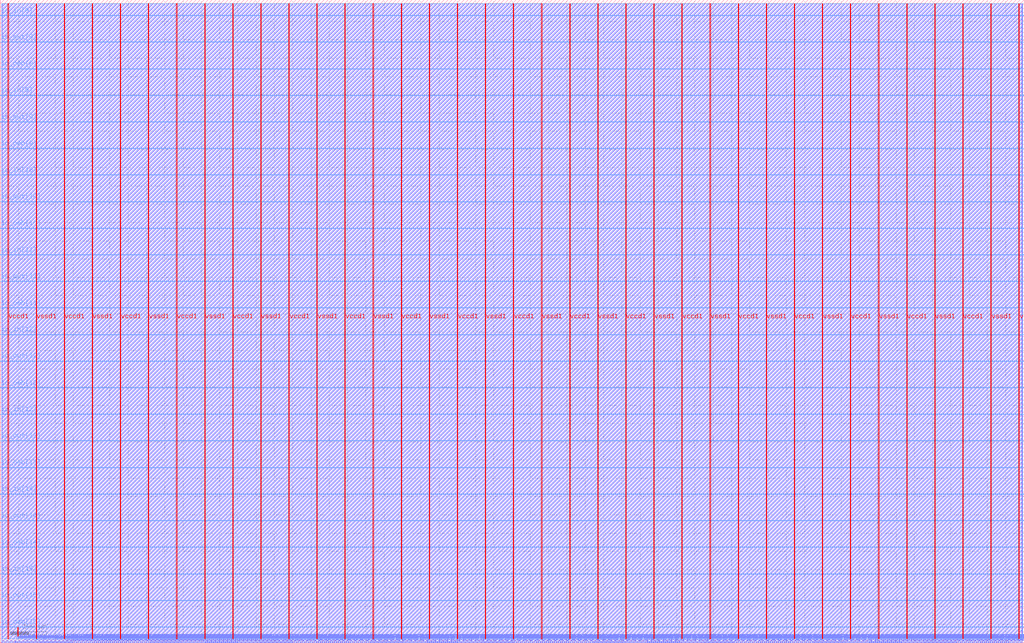
<source format=lef>
VERSION 5.7 ;
  NOWIREEXTENSIONATPIN ON ;
  DIVIDERCHAR "/" ;
  BUSBITCHARS "[]" ;
MACRO user_proj
  CLASS BLOCK ;
  FOREIGN user_proj ;
  ORIGIN 0.000 0.000 ;
  SIZE 2800.000 BY 1760.000 ;
  PIN io_in[0]
    DIRECTION INPUT ;
    USE SIGNAL ;
    PORT
      LAYER met3 ;
        RECT 2796.000 42.880 2800.000 43.480 ;
    END
  END io_in[0]
  PIN io_in[10]
    DIRECTION INPUT ;
    USE SIGNAL ;
    PORT
      LAYER met3 ;
        RECT 0.000 1279.800 4.000 1280.400 ;
    END
  END io_in[10]
  PIN io_in[11]
    DIRECTION INPUT ;
    USE SIGNAL ;
    PORT
      LAYER met3 ;
        RECT 0.000 1061.520 4.000 1062.120 ;
    END
  END io_in[11]
  PIN io_in[12]
    DIRECTION INPUT ;
    USE SIGNAL ;
    PORT
      LAYER met3 ;
        RECT 0.000 843.240 4.000 843.840 ;
    END
  END io_in[12]
  PIN io_in[13]
    DIRECTION INPUT ;
    USE SIGNAL ;
    PORT
      LAYER met3 ;
        RECT 0.000 624.960 4.000 625.560 ;
    END
  END io_in[13]
  PIN io_in[14]
    DIRECTION INPUT ;
    USE SIGNAL ;
    PORT
      LAYER met3 ;
        RECT 0.000 406.680 4.000 407.280 ;
    END
  END io_in[14]
  PIN io_in[15]
    DIRECTION INPUT ;
    USE SIGNAL ;
    PORT
      LAYER met3 ;
        RECT 0.000 188.400 4.000 189.000 ;
    END
  END io_in[15]
  PIN io_in[1]
    DIRECTION INPUT ;
    USE SIGNAL ;
    PORT
      LAYER met3 ;
        RECT 2796.000 261.160 2800.000 261.760 ;
    END
  END io_in[1]
  PIN io_in[2]
    DIRECTION INPUT ;
    USE SIGNAL ;
    PORT
      LAYER met3 ;
        RECT 2796.000 479.440 2800.000 480.040 ;
    END
  END io_in[2]
  PIN io_in[3]
    DIRECTION INPUT ;
    USE SIGNAL ;
    PORT
      LAYER met3 ;
        RECT 2796.000 697.720 2800.000 698.320 ;
    END
  END io_in[3]
  PIN io_in[4]
    DIRECTION INPUT ;
    USE SIGNAL ;
    PORT
      LAYER met3 ;
        RECT 2796.000 916.000 2800.000 916.600 ;
    END
  END io_in[4]
  PIN io_in[5]
    DIRECTION INPUT ;
    USE SIGNAL ;
    PORT
      LAYER met3 ;
        RECT 2796.000 1134.280 2800.000 1134.880 ;
    END
  END io_in[5]
  PIN io_in[6]
    DIRECTION INPUT ;
    USE SIGNAL ;
    PORT
      LAYER met3 ;
        RECT 2796.000 1352.560 2800.000 1353.160 ;
    END
  END io_in[6]
  PIN io_in[7]
    DIRECTION INPUT ;
    USE SIGNAL ;
    PORT
      LAYER met3 ;
        RECT 2796.000 1570.840 2800.000 1571.440 ;
    END
  END io_in[7]
  PIN io_in[8]
    DIRECTION INPUT ;
    USE SIGNAL ;
    PORT
      LAYER met3 ;
        RECT 0.000 1716.360 4.000 1716.960 ;
    END
  END io_in[8]
  PIN io_in[9]
    DIRECTION INPUT ;
    USE SIGNAL ;
    PORT
      LAYER met3 ;
        RECT 0.000 1498.080 4.000 1498.680 ;
    END
  END io_in[9]
  PIN io_oeb[0]
    DIRECTION OUTPUT TRISTATE ;
    USE SIGNAL ;
    PORT
      LAYER met3 ;
        RECT 2796.000 188.400 2800.000 189.000 ;
    END
  END io_oeb[0]
  PIN io_oeb[10]
    DIRECTION OUTPUT TRISTATE ;
    USE SIGNAL ;
    PORT
      LAYER met3 ;
        RECT 0.000 1134.280 4.000 1134.880 ;
    END
  END io_oeb[10]
  PIN io_oeb[11]
    DIRECTION OUTPUT TRISTATE ;
    USE SIGNAL ;
    PORT
      LAYER met3 ;
        RECT 0.000 916.000 4.000 916.600 ;
    END
  END io_oeb[11]
  PIN io_oeb[12]
    DIRECTION OUTPUT TRISTATE ;
    USE SIGNAL ;
    PORT
      LAYER met3 ;
        RECT 0.000 697.720 4.000 698.320 ;
    END
  END io_oeb[12]
  PIN io_oeb[13]
    DIRECTION OUTPUT TRISTATE ;
    USE SIGNAL ;
    PORT
      LAYER met3 ;
        RECT 0.000 479.440 4.000 480.040 ;
    END
  END io_oeb[13]
  PIN io_oeb[14]
    DIRECTION OUTPUT TRISTATE ;
    USE SIGNAL ;
    PORT
      LAYER met3 ;
        RECT 0.000 261.160 4.000 261.760 ;
    END
  END io_oeb[14]
  PIN io_oeb[15]
    DIRECTION OUTPUT TRISTATE ;
    USE SIGNAL ;
    PORT
      LAYER met3 ;
        RECT 0.000 42.880 4.000 43.480 ;
    END
  END io_oeb[15]
  PIN io_oeb[1]
    DIRECTION OUTPUT TRISTATE ;
    USE SIGNAL ;
    PORT
      LAYER met3 ;
        RECT 2796.000 406.680 2800.000 407.280 ;
    END
  END io_oeb[1]
  PIN io_oeb[2]
    DIRECTION OUTPUT TRISTATE ;
    USE SIGNAL ;
    PORT
      LAYER met3 ;
        RECT 2796.000 624.960 2800.000 625.560 ;
    END
  END io_oeb[2]
  PIN io_oeb[3]
    DIRECTION OUTPUT TRISTATE ;
    USE SIGNAL ;
    PORT
      LAYER met3 ;
        RECT 2796.000 843.240 2800.000 843.840 ;
    END
  END io_oeb[3]
  PIN io_oeb[4]
    DIRECTION OUTPUT TRISTATE ;
    USE SIGNAL ;
    PORT
      LAYER met3 ;
        RECT 2796.000 1061.520 2800.000 1062.120 ;
    END
  END io_oeb[4]
  PIN io_oeb[5]
    DIRECTION OUTPUT TRISTATE ;
    USE SIGNAL ;
    PORT
      LAYER met3 ;
        RECT 2796.000 1279.800 2800.000 1280.400 ;
    END
  END io_oeb[5]
  PIN io_oeb[6]
    DIRECTION OUTPUT TRISTATE ;
    USE SIGNAL ;
    PORT
      LAYER met3 ;
        RECT 2796.000 1498.080 2800.000 1498.680 ;
    END
  END io_oeb[6]
  PIN io_oeb[7]
    DIRECTION OUTPUT TRISTATE ;
    USE SIGNAL ;
    PORT
      LAYER met3 ;
        RECT 2796.000 1716.360 2800.000 1716.960 ;
    END
  END io_oeb[7]
  PIN io_oeb[8]
    DIRECTION OUTPUT TRISTATE ;
    USE SIGNAL ;
    PORT
      LAYER met3 ;
        RECT 0.000 1570.840 4.000 1571.440 ;
    END
  END io_oeb[8]
  PIN io_oeb[9]
    DIRECTION OUTPUT TRISTATE ;
    USE SIGNAL ;
    PORT
      LAYER met3 ;
        RECT 0.000 1352.560 4.000 1353.160 ;
    END
  END io_oeb[9]
  PIN io_out[0]
    DIRECTION OUTPUT TRISTATE ;
    USE SIGNAL ;
    PORT
      LAYER met3 ;
        RECT 2796.000 115.640 2800.000 116.240 ;
    END
  END io_out[0]
  PIN io_out[10]
    DIRECTION OUTPUT TRISTATE ;
    USE SIGNAL ;
    PORT
      LAYER met3 ;
        RECT 0.000 1207.040 4.000 1207.640 ;
    END
  END io_out[10]
  PIN io_out[11]
    DIRECTION OUTPUT TRISTATE ;
    USE SIGNAL ;
    PORT
      LAYER met3 ;
        RECT 0.000 988.760 4.000 989.360 ;
    END
  END io_out[11]
  PIN io_out[12]
    DIRECTION OUTPUT TRISTATE ;
    USE SIGNAL ;
    PORT
      LAYER met3 ;
        RECT 0.000 770.480 4.000 771.080 ;
    END
  END io_out[12]
  PIN io_out[13]
    DIRECTION OUTPUT TRISTATE ;
    USE SIGNAL ;
    PORT
      LAYER met3 ;
        RECT 0.000 552.200 4.000 552.800 ;
    END
  END io_out[13]
  PIN io_out[14]
    DIRECTION OUTPUT TRISTATE ;
    USE SIGNAL ;
    PORT
      LAYER met3 ;
        RECT 0.000 333.920 4.000 334.520 ;
    END
  END io_out[14]
  PIN io_out[15]
    DIRECTION OUTPUT TRISTATE ;
    USE SIGNAL ;
    PORT
      LAYER met3 ;
        RECT 0.000 115.640 4.000 116.240 ;
    END
  END io_out[15]
  PIN io_out[1]
    DIRECTION OUTPUT TRISTATE ;
    USE SIGNAL ;
    PORT
      LAYER met3 ;
        RECT 2796.000 333.920 2800.000 334.520 ;
    END
  END io_out[1]
  PIN io_out[2]
    DIRECTION OUTPUT TRISTATE ;
    USE SIGNAL ;
    PORT
      LAYER met3 ;
        RECT 2796.000 552.200 2800.000 552.800 ;
    END
  END io_out[2]
  PIN io_out[3]
    DIRECTION OUTPUT TRISTATE ;
    USE SIGNAL ;
    PORT
      LAYER met3 ;
        RECT 2796.000 770.480 2800.000 771.080 ;
    END
  END io_out[3]
  PIN io_out[4]
    DIRECTION OUTPUT TRISTATE ;
    USE SIGNAL ;
    PORT
      LAYER met3 ;
        RECT 2796.000 988.760 2800.000 989.360 ;
    END
  END io_out[4]
  PIN io_out[5]
    DIRECTION OUTPUT TRISTATE ;
    USE SIGNAL ;
    PORT
      LAYER met3 ;
        RECT 2796.000 1207.040 2800.000 1207.640 ;
    END
  END io_out[5]
  PIN io_out[6]
    DIRECTION OUTPUT TRISTATE ;
    USE SIGNAL ;
    PORT
      LAYER met3 ;
        RECT 2796.000 1425.320 2800.000 1425.920 ;
    END
  END io_out[6]
  PIN io_out[7]
    DIRECTION OUTPUT TRISTATE ;
    USE SIGNAL ;
    PORT
      LAYER met3 ;
        RECT 2796.000 1643.600 2800.000 1644.200 ;
    END
  END io_out[7]
  PIN io_out[8]
    DIRECTION OUTPUT TRISTATE ;
    USE SIGNAL ;
    PORT
      LAYER met3 ;
        RECT 0.000 1643.600 4.000 1644.200 ;
    END
  END io_out[8]
  PIN io_out[9]
    DIRECTION OUTPUT TRISTATE ;
    USE SIGNAL ;
    PORT
      LAYER met3 ;
        RECT 0.000 1425.320 4.000 1425.920 ;
    END
  END io_out[9]
  PIN irq[0]
    DIRECTION OUTPUT TRISTATE ;
    USE SIGNAL ;
    PORT
      LAYER met2 ;
        RECT 2746.750 0.000 2747.030 4.000 ;
    END
  END irq[0]
  PIN irq[1]
    DIRECTION OUTPUT TRISTATE ;
    USE SIGNAL ;
    PORT
      LAYER met2 ;
        RECT 2752.270 0.000 2752.550 4.000 ;
    END
  END irq[1]
  PIN irq[2]
    DIRECTION OUTPUT TRISTATE ;
    USE SIGNAL ;
    PORT
      LAYER met2 ;
        RECT 2757.790 0.000 2758.070 4.000 ;
    END
  END irq[2]
  PIN la_data_in[0]
    DIRECTION INPUT ;
    USE SIGNAL ;
    PORT
      LAYER met2 ;
        RECT 627.070 0.000 627.350 4.000 ;
    END
  END la_data_in[0]
  PIN la_data_in[100]
    DIRECTION INPUT ;
    USE SIGNAL ;
    PORT
      LAYER met2 ;
        RECT 2283.070 0.000 2283.350 4.000 ;
    END
  END la_data_in[100]
  PIN la_data_in[101]
    DIRECTION INPUT ;
    USE SIGNAL ;
    PORT
      LAYER met2 ;
        RECT 2299.630 0.000 2299.910 4.000 ;
    END
  END la_data_in[101]
  PIN la_data_in[102]
    DIRECTION INPUT ;
    USE SIGNAL ;
    PORT
      LAYER met2 ;
        RECT 2316.190 0.000 2316.470 4.000 ;
    END
  END la_data_in[102]
  PIN la_data_in[103]
    DIRECTION INPUT ;
    USE SIGNAL ;
    PORT
      LAYER met2 ;
        RECT 2332.750 0.000 2333.030 4.000 ;
    END
  END la_data_in[103]
  PIN la_data_in[104]
    DIRECTION INPUT ;
    USE SIGNAL ;
    PORT
      LAYER met2 ;
        RECT 2349.310 0.000 2349.590 4.000 ;
    END
  END la_data_in[104]
  PIN la_data_in[105]
    DIRECTION INPUT ;
    USE SIGNAL ;
    PORT
      LAYER met2 ;
        RECT 2365.870 0.000 2366.150 4.000 ;
    END
  END la_data_in[105]
  PIN la_data_in[106]
    DIRECTION INPUT ;
    USE SIGNAL ;
    PORT
      LAYER met2 ;
        RECT 2382.430 0.000 2382.710 4.000 ;
    END
  END la_data_in[106]
  PIN la_data_in[107]
    DIRECTION INPUT ;
    USE SIGNAL ;
    PORT
      LAYER met2 ;
        RECT 2398.990 0.000 2399.270 4.000 ;
    END
  END la_data_in[107]
  PIN la_data_in[108]
    DIRECTION INPUT ;
    USE SIGNAL ;
    PORT
      LAYER met2 ;
        RECT 2415.550 0.000 2415.830 4.000 ;
    END
  END la_data_in[108]
  PIN la_data_in[109]
    DIRECTION INPUT ;
    USE SIGNAL ;
    PORT
      LAYER met2 ;
        RECT 2432.110 0.000 2432.390 4.000 ;
    END
  END la_data_in[109]
  PIN la_data_in[10]
    DIRECTION INPUT ;
    USE SIGNAL ;
    PORT
      LAYER met2 ;
        RECT 792.670 0.000 792.950 4.000 ;
    END
  END la_data_in[10]
  PIN la_data_in[110]
    DIRECTION INPUT ;
    USE SIGNAL ;
    PORT
      LAYER met2 ;
        RECT 2448.670 0.000 2448.950 4.000 ;
    END
  END la_data_in[110]
  PIN la_data_in[111]
    DIRECTION INPUT ;
    USE SIGNAL ;
    PORT
      LAYER met2 ;
        RECT 2465.230 0.000 2465.510 4.000 ;
    END
  END la_data_in[111]
  PIN la_data_in[112]
    DIRECTION INPUT ;
    USE SIGNAL ;
    PORT
      LAYER met2 ;
        RECT 2481.790 0.000 2482.070 4.000 ;
    END
  END la_data_in[112]
  PIN la_data_in[113]
    DIRECTION INPUT ;
    USE SIGNAL ;
    PORT
      LAYER met2 ;
        RECT 2498.350 0.000 2498.630 4.000 ;
    END
  END la_data_in[113]
  PIN la_data_in[114]
    DIRECTION INPUT ;
    USE SIGNAL ;
    PORT
      LAYER met2 ;
        RECT 2514.910 0.000 2515.190 4.000 ;
    END
  END la_data_in[114]
  PIN la_data_in[115]
    DIRECTION INPUT ;
    USE SIGNAL ;
    PORT
      LAYER met2 ;
        RECT 2531.470 0.000 2531.750 4.000 ;
    END
  END la_data_in[115]
  PIN la_data_in[116]
    DIRECTION INPUT ;
    USE SIGNAL ;
    PORT
      LAYER met2 ;
        RECT 2548.030 0.000 2548.310 4.000 ;
    END
  END la_data_in[116]
  PIN la_data_in[117]
    DIRECTION INPUT ;
    USE SIGNAL ;
    PORT
      LAYER met2 ;
        RECT 2564.590 0.000 2564.870 4.000 ;
    END
  END la_data_in[117]
  PIN la_data_in[118]
    DIRECTION INPUT ;
    USE SIGNAL ;
    PORT
      LAYER met2 ;
        RECT 2581.150 0.000 2581.430 4.000 ;
    END
  END la_data_in[118]
  PIN la_data_in[119]
    DIRECTION INPUT ;
    USE SIGNAL ;
    PORT
      LAYER met2 ;
        RECT 2597.710 0.000 2597.990 4.000 ;
    END
  END la_data_in[119]
  PIN la_data_in[11]
    DIRECTION INPUT ;
    USE SIGNAL ;
    PORT
      LAYER met2 ;
        RECT 809.230 0.000 809.510 4.000 ;
    END
  END la_data_in[11]
  PIN la_data_in[120]
    DIRECTION INPUT ;
    USE SIGNAL ;
    PORT
      LAYER met2 ;
        RECT 2614.270 0.000 2614.550 4.000 ;
    END
  END la_data_in[120]
  PIN la_data_in[121]
    DIRECTION INPUT ;
    USE SIGNAL ;
    PORT
      LAYER met2 ;
        RECT 2630.830 0.000 2631.110 4.000 ;
    END
  END la_data_in[121]
  PIN la_data_in[122]
    DIRECTION INPUT ;
    USE SIGNAL ;
    PORT
      LAYER met2 ;
        RECT 2647.390 0.000 2647.670 4.000 ;
    END
  END la_data_in[122]
  PIN la_data_in[123]
    DIRECTION INPUT ;
    USE SIGNAL ;
    PORT
      LAYER met2 ;
        RECT 2663.950 0.000 2664.230 4.000 ;
    END
  END la_data_in[123]
  PIN la_data_in[124]
    DIRECTION INPUT ;
    USE SIGNAL ;
    PORT
      LAYER met2 ;
        RECT 2680.510 0.000 2680.790 4.000 ;
    END
  END la_data_in[124]
  PIN la_data_in[125]
    DIRECTION INPUT ;
    USE SIGNAL ;
    PORT
      LAYER met2 ;
        RECT 2697.070 0.000 2697.350 4.000 ;
    END
  END la_data_in[125]
  PIN la_data_in[126]
    DIRECTION INPUT ;
    USE SIGNAL ;
    PORT
      LAYER met2 ;
        RECT 2713.630 0.000 2713.910 4.000 ;
    END
  END la_data_in[126]
  PIN la_data_in[127]
    DIRECTION INPUT ;
    USE SIGNAL ;
    PORT
      LAYER met2 ;
        RECT 2730.190 0.000 2730.470 4.000 ;
    END
  END la_data_in[127]
  PIN la_data_in[12]
    DIRECTION INPUT ;
    USE SIGNAL ;
    PORT
      LAYER met2 ;
        RECT 825.790 0.000 826.070 4.000 ;
    END
  END la_data_in[12]
  PIN la_data_in[13]
    DIRECTION INPUT ;
    USE SIGNAL ;
    PORT
      LAYER met2 ;
        RECT 842.350 0.000 842.630 4.000 ;
    END
  END la_data_in[13]
  PIN la_data_in[14]
    DIRECTION INPUT ;
    USE SIGNAL ;
    PORT
      LAYER met2 ;
        RECT 858.910 0.000 859.190 4.000 ;
    END
  END la_data_in[14]
  PIN la_data_in[15]
    DIRECTION INPUT ;
    USE SIGNAL ;
    PORT
      LAYER met2 ;
        RECT 875.470 0.000 875.750 4.000 ;
    END
  END la_data_in[15]
  PIN la_data_in[16]
    DIRECTION INPUT ;
    USE SIGNAL ;
    PORT
      LAYER met2 ;
        RECT 892.030 0.000 892.310 4.000 ;
    END
  END la_data_in[16]
  PIN la_data_in[17]
    DIRECTION INPUT ;
    USE SIGNAL ;
    PORT
      LAYER met2 ;
        RECT 908.590 0.000 908.870 4.000 ;
    END
  END la_data_in[17]
  PIN la_data_in[18]
    DIRECTION INPUT ;
    USE SIGNAL ;
    PORT
      LAYER met2 ;
        RECT 925.150 0.000 925.430 4.000 ;
    END
  END la_data_in[18]
  PIN la_data_in[19]
    DIRECTION INPUT ;
    USE SIGNAL ;
    PORT
      LAYER met2 ;
        RECT 941.710 0.000 941.990 4.000 ;
    END
  END la_data_in[19]
  PIN la_data_in[1]
    DIRECTION INPUT ;
    USE SIGNAL ;
    PORT
      LAYER met2 ;
        RECT 643.630 0.000 643.910 4.000 ;
    END
  END la_data_in[1]
  PIN la_data_in[20]
    DIRECTION INPUT ;
    USE SIGNAL ;
    PORT
      LAYER met2 ;
        RECT 958.270 0.000 958.550 4.000 ;
    END
  END la_data_in[20]
  PIN la_data_in[21]
    DIRECTION INPUT ;
    USE SIGNAL ;
    PORT
      LAYER met2 ;
        RECT 974.830 0.000 975.110 4.000 ;
    END
  END la_data_in[21]
  PIN la_data_in[22]
    DIRECTION INPUT ;
    USE SIGNAL ;
    PORT
      LAYER met2 ;
        RECT 991.390 0.000 991.670 4.000 ;
    END
  END la_data_in[22]
  PIN la_data_in[23]
    DIRECTION INPUT ;
    USE SIGNAL ;
    PORT
      LAYER met2 ;
        RECT 1007.950 0.000 1008.230 4.000 ;
    END
  END la_data_in[23]
  PIN la_data_in[24]
    DIRECTION INPUT ;
    USE SIGNAL ;
    PORT
      LAYER met2 ;
        RECT 1024.510 0.000 1024.790 4.000 ;
    END
  END la_data_in[24]
  PIN la_data_in[25]
    DIRECTION INPUT ;
    USE SIGNAL ;
    PORT
      LAYER met2 ;
        RECT 1041.070 0.000 1041.350 4.000 ;
    END
  END la_data_in[25]
  PIN la_data_in[26]
    DIRECTION INPUT ;
    USE SIGNAL ;
    PORT
      LAYER met2 ;
        RECT 1057.630 0.000 1057.910 4.000 ;
    END
  END la_data_in[26]
  PIN la_data_in[27]
    DIRECTION INPUT ;
    USE SIGNAL ;
    PORT
      LAYER met2 ;
        RECT 1074.190 0.000 1074.470 4.000 ;
    END
  END la_data_in[27]
  PIN la_data_in[28]
    DIRECTION INPUT ;
    USE SIGNAL ;
    PORT
      LAYER met2 ;
        RECT 1090.750 0.000 1091.030 4.000 ;
    END
  END la_data_in[28]
  PIN la_data_in[29]
    DIRECTION INPUT ;
    USE SIGNAL ;
    PORT
      LAYER met2 ;
        RECT 1107.310 0.000 1107.590 4.000 ;
    END
  END la_data_in[29]
  PIN la_data_in[2]
    DIRECTION INPUT ;
    USE SIGNAL ;
    PORT
      LAYER met2 ;
        RECT 660.190 0.000 660.470 4.000 ;
    END
  END la_data_in[2]
  PIN la_data_in[30]
    DIRECTION INPUT ;
    USE SIGNAL ;
    PORT
      LAYER met2 ;
        RECT 1123.870 0.000 1124.150 4.000 ;
    END
  END la_data_in[30]
  PIN la_data_in[31]
    DIRECTION INPUT ;
    USE SIGNAL ;
    PORT
      LAYER met2 ;
        RECT 1140.430 0.000 1140.710 4.000 ;
    END
  END la_data_in[31]
  PIN la_data_in[32]
    DIRECTION INPUT ;
    USE SIGNAL ;
    PORT
      LAYER met2 ;
        RECT 1156.990 0.000 1157.270 4.000 ;
    END
  END la_data_in[32]
  PIN la_data_in[33]
    DIRECTION INPUT ;
    USE SIGNAL ;
    PORT
      LAYER met2 ;
        RECT 1173.550 0.000 1173.830 4.000 ;
    END
  END la_data_in[33]
  PIN la_data_in[34]
    DIRECTION INPUT ;
    USE SIGNAL ;
    PORT
      LAYER met2 ;
        RECT 1190.110 0.000 1190.390 4.000 ;
    END
  END la_data_in[34]
  PIN la_data_in[35]
    DIRECTION INPUT ;
    USE SIGNAL ;
    PORT
      LAYER met2 ;
        RECT 1206.670 0.000 1206.950 4.000 ;
    END
  END la_data_in[35]
  PIN la_data_in[36]
    DIRECTION INPUT ;
    USE SIGNAL ;
    PORT
      LAYER met2 ;
        RECT 1223.230 0.000 1223.510 4.000 ;
    END
  END la_data_in[36]
  PIN la_data_in[37]
    DIRECTION INPUT ;
    USE SIGNAL ;
    PORT
      LAYER met2 ;
        RECT 1239.790 0.000 1240.070 4.000 ;
    END
  END la_data_in[37]
  PIN la_data_in[38]
    DIRECTION INPUT ;
    USE SIGNAL ;
    PORT
      LAYER met2 ;
        RECT 1256.350 0.000 1256.630 4.000 ;
    END
  END la_data_in[38]
  PIN la_data_in[39]
    DIRECTION INPUT ;
    USE SIGNAL ;
    PORT
      LAYER met2 ;
        RECT 1272.910 0.000 1273.190 4.000 ;
    END
  END la_data_in[39]
  PIN la_data_in[3]
    DIRECTION INPUT ;
    USE SIGNAL ;
    PORT
      LAYER met2 ;
        RECT 676.750 0.000 677.030 4.000 ;
    END
  END la_data_in[3]
  PIN la_data_in[40]
    DIRECTION INPUT ;
    USE SIGNAL ;
    PORT
      LAYER met2 ;
        RECT 1289.470 0.000 1289.750 4.000 ;
    END
  END la_data_in[40]
  PIN la_data_in[41]
    DIRECTION INPUT ;
    USE SIGNAL ;
    PORT
      LAYER met2 ;
        RECT 1306.030 0.000 1306.310 4.000 ;
    END
  END la_data_in[41]
  PIN la_data_in[42]
    DIRECTION INPUT ;
    USE SIGNAL ;
    PORT
      LAYER met2 ;
        RECT 1322.590 0.000 1322.870 4.000 ;
    END
  END la_data_in[42]
  PIN la_data_in[43]
    DIRECTION INPUT ;
    USE SIGNAL ;
    PORT
      LAYER met2 ;
        RECT 1339.150 0.000 1339.430 4.000 ;
    END
  END la_data_in[43]
  PIN la_data_in[44]
    DIRECTION INPUT ;
    USE SIGNAL ;
    PORT
      LAYER met2 ;
        RECT 1355.710 0.000 1355.990 4.000 ;
    END
  END la_data_in[44]
  PIN la_data_in[45]
    DIRECTION INPUT ;
    USE SIGNAL ;
    PORT
      LAYER met2 ;
        RECT 1372.270 0.000 1372.550 4.000 ;
    END
  END la_data_in[45]
  PIN la_data_in[46]
    DIRECTION INPUT ;
    USE SIGNAL ;
    PORT
      LAYER met2 ;
        RECT 1388.830 0.000 1389.110 4.000 ;
    END
  END la_data_in[46]
  PIN la_data_in[47]
    DIRECTION INPUT ;
    USE SIGNAL ;
    PORT
      LAYER met2 ;
        RECT 1405.390 0.000 1405.670 4.000 ;
    END
  END la_data_in[47]
  PIN la_data_in[48]
    DIRECTION INPUT ;
    USE SIGNAL ;
    PORT
      LAYER met2 ;
        RECT 1421.950 0.000 1422.230 4.000 ;
    END
  END la_data_in[48]
  PIN la_data_in[49]
    DIRECTION INPUT ;
    USE SIGNAL ;
    PORT
      LAYER met2 ;
        RECT 1438.510 0.000 1438.790 4.000 ;
    END
  END la_data_in[49]
  PIN la_data_in[4]
    DIRECTION INPUT ;
    USE SIGNAL ;
    PORT
      LAYER met2 ;
        RECT 693.310 0.000 693.590 4.000 ;
    END
  END la_data_in[4]
  PIN la_data_in[50]
    DIRECTION INPUT ;
    USE SIGNAL ;
    PORT
      LAYER met2 ;
        RECT 1455.070 0.000 1455.350 4.000 ;
    END
  END la_data_in[50]
  PIN la_data_in[51]
    DIRECTION INPUT ;
    USE SIGNAL ;
    PORT
      LAYER met2 ;
        RECT 1471.630 0.000 1471.910 4.000 ;
    END
  END la_data_in[51]
  PIN la_data_in[52]
    DIRECTION INPUT ;
    USE SIGNAL ;
    PORT
      LAYER met2 ;
        RECT 1488.190 0.000 1488.470 4.000 ;
    END
  END la_data_in[52]
  PIN la_data_in[53]
    DIRECTION INPUT ;
    USE SIGNAL ;
    PORT
      LAYER met2 ;
        RECT 1504.750 0.000 1505.030 4.000 ;
    END
  END la_data_in[53]
  PIN la_data_in[54]
    DIRECTION INPUT ;
    USE SIGNAL ;
    PORT
      LAYER met2 ;
        RECT 1521.310 0.000 1521.590 4.000 ;
    END
  END la_data_in[54]
  PIN la_data_in[55]
    DIRECTION INPUT ;
    USE SIGNAL ;
    PORT
      LAYER met2 ;
        RECT 1537.870 0.000 1538.150 4.000 ;
    END
  END la_data_in[55]
  PIN la_data_in[56]
    DIRECTION INPUT ;
    USE SIGNAL ;
    PORT
      LAYER met2 ;
        RECT 1554.430 0.000 1554.710 4.000 ;
    END
  END la_data_in[56]
  PIN la_data_in[57]
    DIRECTION INPUT ;
    USE SIGNAL ;
    PORT
      LAYER met2 ;
        RECT 1570.990 0.000 1571.270 4.000 ;
    END
  END la_data_in[57]
  PIN la_data_in[58]
    DIRECTION INPUT ;
    USE SIGNAL ;
    PORT
      LAYER met2 ;
        RECT 1587.550 0.000 1587.830 4.000 ;
    END
  END la_data_in[58]
  PIN la_data_in[59]
    DIRECTION INPUT ;
    USE SIGNAL ;
    PORT
      LAYER met2 ;
        RECT 1604.110 0.000 1604.390 4.000 ;
    END
  END la_data_in[59]
  PIN la_data_in[5]
    DIRECTION INPUT ;
    USE SIGNAL ;
    PORT
      LAYER met2 ;
        RECT 709.870 0.000 710.150 4.000 ;
    END
  END la_data_in[5]
  PIN la_data_in[60]
    DIRECTION INPUT ;
    USE SIGNAL ;
    PORT
      LAYER met2 ;
        RECT 1620.670 0.000 1620.950 4.000 ;
    END
  END la_data_in[60]
  PIN la_data_in[61]
    DIRECTION INPUT ;
    USE SIGNAL ;
    PORT
      LAYER met2 ;
        RECT 1637.230 0.000 1637.510 4.000 ;
    END
  END la_data_in[61]
  PIN la_data_in[62]
    DIRECTION INPUT ;
    USE SIGNAL ;
    PORT
      LAYER met2 ;
        RECT 1653.790 0.000 1654.070 4.000 ;
    END
  END la_data_in[62]
  PIN la_data_in[63]
    DIRECTION INPUT ;
    USE SIGNAL ;
    PORT
      LAYER met2 ;
        RECT 1670.350 0.000 1670.630 4.000 ;
    END
  END la_data_in[63]
  PIN la_data_in[64]
    DIRECTION INPUT ;
    USE SIGNAL ;
    PORT
      LAYER met2 ;
        RECT 1686.910 0.000 1687.190 4.000 ;
    END
  END la_data_in[64]
  PIN la_data_in[65]
    DIRECTION INPUT ;
    USE SIGNAL ;
    PORT
      LAYER met2 ;
        RECT 1703.470 0.000 1703.750 4.000 ;
    END
  END la_data_in[65]
  PIN la_data_in[66]
    DIRECTION INPUT ;
    USE SIGNAL ;
    PORT
      LAYER met2 ;
        RECT 1720.030 0.000 1720.310 4.000 ;
    END
  END la_data_in[66]
  PIN la_data_in[67]
    DIRECTION INPUT ;
    USE SIGNAL ;
    PORT
      LAYER met2 ;
        RECT 1736.590 0.000 1736.870 4.000 ;
    END
  END la_data_in[67]
  PIN la_data_in[68]
    DIRECTION INPUT ;
    USE SIGNAL ;
    PORT
      LAYER met2 ;
        RECT 1753.150 0.000 1753.430 4.000 ;
    END
  END la_data_in[68]
  PIN la_data_in[69]
    DIRECTION INPUT ;
    USE SIGNAL ;
    PORT
      LAYER met2 ;
        RECT 1769.710 0.000 1769.990 4.000 ;
    END
  END la_data_in[69]
  PIN la_data_in[6]
    DIRECTION INPUT ;
    USE SIGNAL ;
    PORT
      LAYER met2 ;
        RECT 726.430 0.000 726.710 4.000 ;
    END
  END la_data_in[6]
  PIN la_data_in[70]
    DIRECTION INPUT ;
    USE SIGNAL ;
    PORT
      LAYER met2 ;
        RECT 1786.270 0.000 1786.550 4.000 ;
    END
  END la_data_in[70]
  PIN la_data_in[71]
    DIRECTION INPUT ;
    USE SIGNAL ;
    PORT
      LAYER met2 ;
        RECT 1802.830 0.000 1803.110 4.000 ;
    END
  END la_data_in[71]
  PIN la_data_in[72]
    DIRECTION INPUT ;
    USE SIGNAL ;
    PORT
      LAYER met2 ;
        RECT 1819.390 0.000 1819.670 4.000 ;
    END
  END la_data_in[72]
  PIN la_data_in[73]
    DIRECTION INPUT ;
    USE SIGNAL ;
    PORT
      LAYER met2 ;
        RECT 1835.950 0.000 1836.230 4.000 ;
    END
  END la_data_in[73]
  PIN la_data_in[74]
    DIRECTION INPUT ;
    USE SIGNAL ;
    PORT
      LAYER met2 ;
        RECT 1852.510 0.000 1852.790 4.000 ;
    END
  END la_data_in[74]
  PIN la_data_in[75]
    DIRECTION INPUT ;
    USE SIGNAL ;
    PORT
      LAYER met2 ;
        RECT 1869.070 0.000 1869.350 4.000 ;
    END
  END la_data_in[75]
  PIN la_data_in[76]
    DIRECTION INPUT ;
    USE SIGNAL ;
    PORT
      LAYER met2 ;
        RECT 1885.630 0.000 1885.910 4.000 ;
    END
  END la_data_in[76]
  PIN la_data_in[77]
    DIRECTION INPUT ;
    USE SIGNAL ;
    PORT
      LAYER met2 ;
        RECT 1902.190 0.000 1902.470 4.000 ;
    END
  END la_data_in[77]
  PIN la_data_in[78]
    DIRECTION INPUT ;
    USE SIGNAL ;
    PORT
      LAYER met2 ;
        RECT 1918.750 0.000 1919.030 4.000 ;
    END
  END la_data_in[78]
  PIN la_data_in[79]
    DIRECTION INPUT ;
    USE SIGNAL ;
    PORT
      LAYER met2 ;
        RECT 1935.310 0.000 1935.590 4.000 ;
    END
  END la_data_in[79]
  PIN la_data_in[7]
    DIRECTION INPUT ;
    USE SIGNAL ;
    PORT
      LAYER met2 ;
        RECT 742.990 0.000 743.270 4.000 ;
    END
  END la_data_in[7]
  PIN la_data_in[80]
    DIRECTION INPUT ;
    USE SIGNAL ;
    PORT
      LAYER met2 ;
        RECT 1951.870 0.000 1952.150 4.000 ;
    END
  END la_data_in[80]
  PIN la_data_in[81]
    DIRECTION INPUT ;
    USE SIGNAL ;
    PORT
      LAYER met2 ;
        RECT 1968.430 0.000 1968.710 4.000 ;
    END
  END la_data_in[81]
  PIN la_data_in[82]
    DIRECTION INPUT ;
    USE SIGNAL ;
    PORT
      LAYER met2 ;
        RECT 1984.990 0.000 1985.270 4.000 ;
    END
  END la_data_in[82]
  PIN la_data_in[83]
    DIRECTION INPUT ;
    USE SIGNAL ;
    PORT
      LAYER met2 ;
        RECT 2001.550 0.000 2001.830 4.000 ;
    END
  END la_data_in[83]
  PIN la_data_in[84]
    DIRECTION INPUT ;
    USE SIGNAL ;
    PORT
      LAYER met2 ;
        RECT 2018.110 0.000 2018.390 4.000 ;
    END
  END la_data_in[84]
  PIN la_data_in[85]
    DIRECTION INPUT ;
    USE SIGNAL ;
    PORT
      LAYER met2 ;
        RECT 2034.670 0.000 2034.950 4.000 ;
    END
  END la_data_in[85]
  PIN la_data_in[86]
    DIRECTION INPUT ;
    USE SIGNAL ;
    PORT
      LAYER met2 ;
        RECT 2051.230 0.000 2051.510 4.000 ;
    END
  END la_data_in[86]
  PIN la_data_in[87]
    DIRECTION INPUT ;
    USE SIGNAL ;
    PORT
      LAYER met2 ;
        RECT 2067.790 0.000 2068.070 4.000 ;
    END
  END la_data_in[87]
  PIN la_data_in[88]
    DIRECTION INPUT ;
    USE SIGNAL ;
    PORT
      LAYER met2 ;
        RECT 2084.350 0.000 2084.630 4.000 ;
    END
  END la_data_in[88]
  PIN la_data_in[89]
    DIRECTION INPUT ;
    USE SIGNAL ;
    PORT
      LAYER met2 ;
        RECT 2100.910 0.000 2101.190 4.000 ;
    END
  END la_data_in[89]
  PIN la_data_in[8]
    DIRECTION INPUT ;
    USE SIGNAL ;
    PORT
      LAYER met2 ;
        RECT 759.550 0.000 759.830 4.000 ;
    END
  END la_data_in[8]
  PIN la_data_in[90]
    DIRECTION INPUT ;
    USE SIGNAL ;
    PORT
      LAYER met2 ;
        RECT 2117.470 0.000 2117.750 4.000 ;
    END
  END la_data_in[90]
  PIN la_data_in[91]
    DIRECTION INPUT ;
    USE SIGNAL ;
    PORT
      LAYER met2 ;
        RECT 2134.030 0.000 2134.310 4.000 ;
    END
  END la_data_in[91]
  PIN la_data_in[92]
    DIRECTION INPUT ;
    USE SIGNAL ;
    PORT
      LAYER met2 ;
        RECT 2150.590 0.000 2150.870 4.000 ;
    END
  END la_data_in[92]
  PIN la_data_in[93]
    DIRECTION INPUT ;
    USE SIGNAL ;
    PORT
      LAYER met2 ;
        RECT 2167.150 0.000 2167.430 4.000 ;
    END
  END la_data_in[93]
  PIN la_data_in[94]
    DIRECTION INPUT ;
    USE SIGNAL ;
    PORT
      LAYER met2 ;
        RECT 2183.710 0.000 2183.990 4.000 ;
    END
  END la_data_in[94]
  PIN la_data_in[95]
    DIRECTION INPUT ;
    USE SIGNAL ;
    PORT
      LAYER met2 ;
        RECT 2200.270 0.000 2200.550 4.000 ;
    END
  END la_data_in[95]
  PIN la_data_in[96]
    DIRECTION INPUT ;
    USE SIGNAL ;
    PORT
      LAYER met2 ;
        RECT 2216.830 0.000 2217.110 4.000 ;
    END
  END la_data_in[96]
  PIN la_data_in[97]
    DIRECTION INPUT ;
    USE SIGNAL ;
    PORT
      LAYER met2 ;
        RECT 2233.390 0.000 2233.670 4.000 ;
    END
  END la_data_in[97]
  PIN la_data_in[98]
    DIRECTION INPUT ;
    USE SIGNAL ;
    PORT
      LAYER met2 ;
        RECT 2249.950 0.000 2250.230 4.000 ;
    END
  END la_data_in[98]
  PIN la_data_in[99]
    DIRECTION INPUT ;
    USE SIGNAL ;
    PORT
      LAYER met2 ;
        RECT 2266.510 0.000 2266.790 4.000 ;
    END
  END la_data_in[99]
  PIN la_data_in[9]
    DIRECTION INPUT ;
    USE SIGNAL ;
    PORT
      LAYER met2 ;
        RECT 776.110 0.000 776.390 4.000 ;
    END
  END la_data_in[9]
  PIN la_data_out[0]
    DIRECTION OUTPUT TRISTATE ;
    USE SIGNAL ;
    PORT
      LAYER met2 ;
        RECT 632.590 0.000 632.870 4.000 ;
    END
  END la_data_out[0]
  PIN la_data_out[100]
    DIRECTION OUTPUT TRISTATE ;
    USE SIGNAL ;
    PORT
      LAYER met2 ;
        RECT 2288.590 0.000 2288.870 4.000 ;
    END
  END la_data_out[100]
  PIN la_data_out[101]
    DIRECTION OUTPUT TRISTATE ;
    USE SIGNAL ;
    PORT
      LAYER met2 ;
        RECT 2305.150 0.000 2305.430 4.000 ;
    END
  END la_data_out[101]
  PIN la_data_out[102]
    DIRECTION OUTPUT TRISTATE ;
    USE SIGNAL ;
    PORT
      LAYER met2 ;
        RECT 2321.710 0.000 2321.990 4.000 ;
    END
  END la_data_out[102]
  PIN la_data_out[103]
    DIRECTION OUTPUT TRISTATE ;
    USE SIGNAL ;
    PORT
      LAYER met2 ;
        RECT 2338.270 0.000 2338.550 4.000 ;
    END
  END la_data_out[103]
  PIN la_data_out[104]
    DIRECTION OUTPUT TRISTATE ;
    USE SIGNAL ;
    PORT
      LAYER met2 ;
        RECT 2354.830 0.000 2355.110 4.000 ;
    END
  END la_data_out[104]
  PIN la_data_out[105]
    DIRECTION OUTPUT TRISTATE ;
    USE SIGNAL ;
    PORT
      LAYER met2 ;
        RECT 2371.390 0.000 2371.670 4.000 ;
    END
  END la_data_out[105]
  PIN la_data_out[106]
    DIRECTION OUTPUT TRISTATE ;
    USE SIGNAL ;
    PORT
      LAYER met2 ;
        RECT 2387.950 0.000 2388.230 4.000 ;
    END
  END la_data_out[106]
  PIN la_data_out[107]
    DIRECTION OUTPUT TRISTATE ;
    USE SIGNAL ;
    PORT
      LAYER met2 ;
        RECT 2404.510 0.000 2404.790 4.000 ;
    END
  END la_data_out[107]
  PIN la_data_out[108]
    DIRECTION OUTPUT TRISTATE ;
    USE SIGNAL ;
    PORT
      LAYER met2 ;
        RECT 2421.070 0.000 2421.350 4.000 ;
    END
  END la_data_out[108]
  PIN la_data_out[109]
    DIRECTION OUTPUT TRISTATE ;
    USE SIGNAL ;
    PORT
      LAYER met2 ;
        RECT 2437.630 0.000 2437.910 4.000 ;
    END
  END la_data_out[109]
  PIN la_data_out[10]
    DIRECTION OUTPUT TRISTATE ;
    USE SIGNAL ;
    PORT
      LAYER met2 ;
        RECT 798.190 0.000 798.470 4.000 ;
    END
  END la_data_out[10]
  PIN la_data_out[110]
    DIRECTION OUTPUT TRISTATE ;
    USE SIGNAL ;
    PORT
      LAYER met2 ;
        RECT 2454.190 0.000 2454.470 4.000 ;
    END
  END la_data_out[110]
  PIN la_data_out[111]
    DIRECTION OUTPUT TRISTATE ;
    USE SIGNAL ;
    PORT
      LAYER met2 ;
        RECT 2470.750 0.000 2471.030 4.000 ;
    END
  END la_data_out[111]
  PIN la_data_out[112]
    DIRECTION OUTPUT TRISTATE ;
    USE SIGNAL ;
    PORT
      LAYER met2 ;
        RECT 2487.310 0.000 2487.590 4.000 ;
    END
  END la_data_out[112]
  PIN la_data_out[113]
    DIRECTION OUTPUT TRISTATE ;
    USE SIGNAL ;
    PORT
      LAYER met2 ;
        RECT 2503.870 0.000 2504.150 4.000 ;
    END
  END la_data_out[113]
  PIN la_data_out[114]
    DIRECTION OUTPUT TRISTATE ;
    USE SIGNAL ;
    PORT
      LAYER met2 ;
        RECT 2520.430 0.000 2520.710 4.000 ;
    END
  END la_data_out[114]
  PIN la_data_out[115]
    DIRECTION OUTPUT TRISTATE ;
    USE SIGNAL ;
    PORT
      LAYER met2 ;
        RECT 2536.990 0.000 2537.270 4.000 ;
    END
  END la_data_out[115]
  PIN la_data_out[116]
    DIRECTION OUTPUT TRISTATE ;
    USE SIGNAL ;
    PORT
      LAYER met2 ;
        RECT 2553.550 0.000 2553.830 4.000 ;
    END
  END la_data_out[116]
  PIN la_data_out[117]
    DIRECTION OUTPUT TRISTATE ;
    USE SIGNAL ;
    PORT
      LAYER met2 ;
        RECT 2570.110 0.000 2570.390 4.000 ;
    END
  END la_data_out[117]
  PIN la_data_out[118]
    DIRECTION OUTPUT TRISTATE ;
    USE SIGNAL ;
    PORT
      LAYER met2 ;
        RECT 2586.670 0.000 2586.950 4.000 ;
    END
  END la_data_out[118]
  PIN la_data_out[119]
    DIRECTION OUTPUT TRISTATE ;
    USE SIGNAL ;
    PORT
      LAYER met2 ;
        RECT 2603.230 0.000 2603.510 4.000 ;
    END
  END la_data_out[119]
  PIN la_data_out[11]
    DIRECTION OUTPUT TRISTATE ;
    USE SIGNAL ;
    PORT
      LAYER met2 ;
        RECT 814.750 0.000 815.030 4.000 ;
    END
  END la_data_out[11]
  PIN la_data_out[120]
    DIRECTION OUTPUT TRISTATE ;
    USE SIGNAL ;
    PORT
      LAYER met2 ;
        RECT 2619.790 0.000 2620.070 4.000 ;
    END
  END la_data_out[120]
  PIN la_data_out[121]
    DIRECTION OUTPUT TRISTATE ;
    USE SIGNAL ;
    PORT
      LAYER met2 ;
        RECT 2636.350 0.000 2636.630 4.000 ;
    END
  END la_data_out[121]
  PIN la_data_out[122]
    DIRECTION OUTPUT TRISTATE ;
    USE SIGNAL ;
    PORT
      LAYER met2 ;
        RECT 2652.910 0.000 2653.190 4.000 ;
    END
  END la_data_out[122]
  PIN la_data_out[123]
    DIRECTION OUTPUT TRISTATE ;
    USE SIGNAL ;
    PORT
      LAYER met2 ;
        RECT 2669.470 0.000 2669.750 4.000 ;
    END
  END la_data_out[123]
  PIN la_data_out[124]
    DIRECTION OUTPUT TRISTATE ;
    USE SIGNAL ;
    PORT
      LAYER met2 ;
        RECT 2686.030 0.000 2686.310 4.000 ;
    END
  END la_data_out[124]
  PIN la_data_out[125]
    DIRECTION OUTPUT TRISTATE ;
    USE SIGNAL ;
    PORT
      LAYER met2 ;
        RECT 2702.590 0.000 2702.870 4.000 ;
    END
  END la_data_out[125]
  PIN la_data_out[126]
    DIRECTION OUTPUT TRISTATE ;
    USE SIGNAL ;
    PORT
      LAYER met2 ;
        RECT 2719.150 0.000 2719.430 4.000 ;
    END
  END la_data_out[126]
  PIN la_data_out[127]
    DIRECTION OUTPUT TRISTATE ;
    USE SIGNAL ;
    PORT
      LAYER met2 ;
        RECT 2735.710 0.000 2735.990 4.000 ;
    END
  END la_data_out[127]
  PIN la_data_out[12]
    DIRECTION OUTPUT TRISTATE ;
    USE SIGNAL ;
    PORT
      LAYER met2 ;
        RECT 831.310 0.000 831.590 4.000 ;
    END
  END la_data_out[12]
  PIN la_data_out[13]
    DIRECTION OUTPUT TRISTATE ;
    USE SIGNAL ;
    PORT
      LAYER met2 ;
        RECT 847.870 0.000 848.150 4.000 ;
    END
  END la_data_out[13]
  PIN la_data_out[14]
    DIRECTION OUTPUT TRISTATE ;
    USE SIGNAL ;
    PORT
      LAYER met2 ;
        RECT 864.430 0.000 864.710 4.000 ;
    END
  END la_data_out[14]
  PIN la_data_out[15]
    DIRECTION OUTPUT TRISTATE ;
    USE SIGNAL ;
    PORT
      LAYER met2 ;
        RECT 880.990 0.000 881.270 4.000 ;
    END
  END la_data_out[15]
  PIN la_data_out[16]
    DIRECTION OUTPUT TRISTATE ;
    USE SIGNAL ;
    PORT
      LAYER met2 ;
        RECT 897.550 0.000 897.830 4.000 ;
    END
  END la_data_out[16]
  PIN la_data_out[17]
    DIRECTION OUTPUT TRISTATE ;
    USE SIGNAL ;
    PORT
      LAYER met2 ;
        RECT 914.110 0.000 914.390 4.000 ;
    END
  END la_data_out[17]
  PIN la_data_out[18]
    DIRECTION OUTPUT TRISTATE ;
    USE SIGNAL ;
    PORT
      LAYER met2 ;
        RECT 930.670 0.000 930.950 4.000 ;
    END
  END la_data_out[18]
  PIN la_data_out[19]
    DIRECTION OUTPUT TRISTATE ;
    USE SIGNAL ;
    PORT
      LAYER met2 ;
        RECT 947.230 0.000 947.510 4.000 ;
    END
  END la_data_out[19]
  PIN la_data_out[1]
    DIRECTION OUTPUT TRISTATE ;
    USE SIGNAL ;
    PORT
      LAYER met2 ;
        RECT 649.150 0.000 649.430 4.000 ;
    END
  END la_data_out[1]
  PIN la_data_out[20]
    DIRECTION OUTPUT TRISTATE ;
    USE SIGNAL ;
    PORT
      LAYER met2 ;
        RECT 963.790 0.000 964.070 4.000 ;
    END
  END la_data_out[20]
  PIN la_data_out[21]
    DIRECTION OUTPUT TRISTATE ;
    USE SIGNAL ;
    PORT
      LAYER met2 ;
        RECT 980.350 0.000 980.630 4.000 ;
    END
  END la_data_out[21]
  PIN la_data_out[22]
    DIRECTION OUTPUT TRISTATE ;
    USE SIGNAL ;
    PORT
      LAYER met2 ;
        RECT 996.910 0.000 997.190 4.000 ;
    END
  END la_data_out[22]
  PIN la_data_out[23]
    DIRECTION OUTPUT TRISTATE ;
    USE SIGNAL ;
    PORT
      LAYER met2 ;
        RECT 1013.470 0.000 1013.750 4.000 ;
    END
  END la_data_out[23]
  PIN la_data_out[24]
    DIRECTION OUTPUT TRISTATE ;
    USE SIGNAL ;
    PORT
      LAYER met2 ;
        RECT 1030.030 0.000 1030.310 4.000 ;
    END
  END la_data_out[24]
  PIN la_data_out[25]
    DIRECTION OUTPUT TRISTATE ;
    USE SIGNAL ;
    PORT
      LAYER met2 ;
        RECT 1046.590 0.000 1046.870 4.000 ;
    END
  END la_data_out[25]
  PIN la_data_out[26]
    DIRECTION OUTPUT TRISTATE ;
    USE SIGNAL ;
    PORT
      LAYER met2 ;
        RECT 1063.150 0.000 1063.430 4.000 ;
    END
  END la_data_out[26]
  PIN la_data_out[27]
    DIRECTION OUTPUT TRISTATE ;
    USE SIGNAL ;
    PORT
      LAYER met2 ;
        RECT 1079.710 0.000 1079.990 4.000 ;
    END
  END la_data_out[27]
  PIN la_data_out[28]
    DIRECTION OUTPUT TRISTATE ;
    USE SIGNAL ;
    PORT
      LAYER met2 ;
        RECT 1096.270 0.000 1096.550 4.000 ;
    END
  END la_data_out[28]
  PIN la_data_out[29]
    DIRECTION OUTPUT TRISTATE ;
    USE SIGNAL ;
    PORT
      LAYER met2 ;
        RECT 1112.830 0.000 1113.110 4.000 ;
    END
  END la_data_out[29]
  PIN la_data_out[2]
    DIRECTION OUTPUT TRISTATE ;
    USE SIGNAL ;
    PORT
      LAYER met2 ;
        RECT 665.710 0.000 665.990 4.000 ;
    END
  END la_data_out[2]
  PIN la_data_out[30]
    DIRECTION OUTPUT TRISTATE ;
    USE SIGNAL ;
    PORT
      LAYER met2 ;
        RECT 1129.390 0.000 1129.670 4.000 ;
    END
  END la_data_out[30]
  PIN la_data_out[31]
    DIRECTION OUTPUT TRISTATE ;
    USE SIGNAL ;
    PORT
      LAYER met2 ;
        RECT 1145.950 0.000 1146.230 4.000 ;
    END
  END la_data_out[31]
  PIN la_data_out[32]
    DIRECTION OUTPUT TRISTATE ;
    USE SIGNAL ;
    PORT
      LAYER met2 ;
        RECT 1162.510 0.000 1162.790 4.000 ;
    END
  END la_data_out[32]
  PIN la_data_out[33]
    DIRECTION OUTPUT TRISTATE ;
    USE SIGNAL ;
    PORT
      LAYER met2 ;
        RECT 1179.070 0.000 1179.350 4.000 ;
    END
  END la_data_out[33]
  PIN la_data_out[34]
    DIRECTION OUTPUT TRISTATE ;
    USE SIGNAL ;
    PORT
      LAYER met2 ;
        RECT 1195.630 0.000 1195.910 4.000 ;
    END
  END la_data_out[34]
  PIN la_data_out[35]
    DIRECTION OUTPUT TRISTATE ;
    USE SIGNAL ;
    PORT
      LAYER met2 ;
        RECT 1212.190 0.000 1212.470 4.000 ;
    END
  END la_data_out[35]
  PIN la_data_out[36]
    DIRECTION OUTPUT TRISTATE ;
    USE SIGNAL ;
    PORT
      LAYER met2 ;
        RECT 1228.750 0.000 1229.030 4.000 ;
    END
  END la_data_out[36]
  PIN la_data_out[37]
    DIRECTION OUTPUT TRISTATE ;
    USE SIGNAL ;
    PORT
      LAYER met2 ;
        RECT 1245.310 0.000 1245.590 4.000 ;
    END
  END la_data_out[37]
  PIN la_data_out[38]
    DIRECTION OUTPUT TRISTATE ;
    USE SIGNAL ;
    PORT
      LAYER met2 ;
        RECT 1261.870 0.000 1262.150 4.000 ;
    END
  END la_data_out[38]
  PIN la_data_out[39]
    DIRECTION OUTPUT TRISTATE ;
    USE SIGNAL ;
    PORT
      LAYER met2 ;
        RECT 1278.430 0.000 1278.710 4.000 ;
    END
  END la_data_out[39]
  PIN la_data_out[3]
    DIRECTION OUTPUT TRISTATE ;
    USE SIGNAL ;
    PORT
      LAYER met2 ;
        RECT 682.270 0.000 682.550 4.000 ;
    END
  END la_data_out[3]
  PIN la_data_out[40]
    DIRECTION OUTPUT TRISTATE ;
    USE SIGNAL ;
    PORT
      LAYER met2 ;
        RECT 1294.990 0.000 1295.270 4.000 ;
    END
  END la_data_out[40]
  PIN la_data_out[41]
    DIRECTION OUTPUT TRISTATE ;
    USE SIGNAL ;
    PORT
      LAYER met2 ;
        RECT 1311.550 0.000 1311.830 4.000 ;
    END
  END la_data_out[41]
  PIN la_data_out[42]
    DIRECTION OUTPUT TRISTATE ;
    USE SIGNAL ;
    PORT
      LAYER met2 ;
        RECT 1328.110 0.000 1328.390 4.000 ;
    END
  END la_data_out[42]
  PIN la_data_out[43]
    DIRECTION OUTPUT TRISTATE ;
    USE SIGNAL ;
    PORT
      LAYER met2 ;
        RECT 1344.670 0.000 1344.950 4.000 ;
    END
  END la_data_out[43]
  PIN la_data_out[44]
    DIRECTION OUTPUT TRISTATE ;
    USE SIGNAL ;
    PORT
      LAYER met2 ;
        RECT 1361.230 0.000 1361.510 4.000 ;
    END
  END la_data_out[44]
  PIN la_data_out[45]
    DIRECTION OUTPUT TRISTATE ;
    USE SIGNAL ;
    PORT
      LAYER met2 ;
        RECT 1377.790 0.000 1378.070 4.000 ;
    END
  END la_data_out[45]
  PIN la_data_out[46]
    DIRECTION OUTPUT TRISTATE ;
    USE SIGNAL ;
    PORT
      LAYER met2 ;
        RECT 1394.350 0.000 1394.630 4.000 ;
    END
  END la_data_out[46]
  PIN la_data_out[47]
    DIRECTION OUTPUT TRISTATE ;
    USE SIGNAL ;
    PORT
      LAYER met2 ;
        RECT 1410.910 0.000 1411.190 4.000 ;
    END
  END la_data_out[47]
  PIN la_data_out[48]
    DIRECTION OUTPUT TRISTATE ;
    USE SIGNAL ;
    PORT
      LAYER met2 ;
        RECT 1427.470 0.000 1427.750 4.000 ;
    END
  END la_data_out[48]
  PIN la_data_out[49]
    DIRECTION OUTPUT TRISTATE ;
    USE SIGNAL ;
    PORT
      LAYER met2 ;
        RECT 1444.030 0.000 1444.310 4.000 ;
    END
  END la_data_out[49]
  PIN la_data_out[4]
    DIRECTION OUTPUT TRISTATE ;
    USE SIGNAL ;
    PORT
      LAYER met2 ;
        RECT 698.830 0.000 699.110 4.000 ;
    END
  END la_data_out[4]
  PIN la_data_out[50]
    DIRECTION OUTPUT TRISTATE ;
    USE SIGNAL ;
    PORT
      LAYER met2 ;
        RECT 1460.590 0.000 1460.870 4.000 ;
    END
  END la_data_out[50]
  PIN la_data_out[51]
    DIRECTION OUTPUT TRISTATE ;
    USE SIGNAL ;
    PORT
      LAYER met2 ;
        RECT 1477.150 0.000 1477.430 4.000 ;
    END
  END la_data_out[51]
  PIN la_data_out[52]
    DIRECTION OUTPUT TRISTATE ;
    USE SIGNAL ;
    PORT
      LAYER met2 ;
        RECT 1493.710 0.000 1493.990 4.000 ;
    END
  END la_data_out[52]
  PIN la_data_out[53]
    DIRECTION OUTPUT TRISTATE ;
    USE SIGNAL ;
    PORT
      LAYER met2 ;
        RECT 1510.270 0.000 1510.550 4.000 ;
    END
  END la_data_out[53]
  PIN la_data_out[54]
    DIRECTION OUTPUT TRISTATE ;
    USE SIGNAL ;
    PORT
      LAYER met2 ;
        RECT 1526.830 0.000 1527.110 4.000 ;
    END
  END la_data_out[54]
  PIN la_data_out[55]
    DIRECTION OUTPUT TRISTATE ;
    USE SIGNAL ;
    PORT
      LAYER met2 ;
        RECT 1543.390 0.000 1543.670 4.000 ;
    END
  END la_data_out[55]
  PIN la_data_out[56]
    DIRECTION OUTPUT TRISTATE ;
    USE SIGNAL ;
    PORT
      LAYER met2 ;
        RECT 1559.950 0.000 1560.230 4.000 ;
    END
  END la_data_out[56]
  PIN la_data_out[57]
    DIRECTION OUTPUT TRISTATE ;
    USE SIGNAL ;
    PORT
      LAYER met2 ;
        RECT 1576.510 0.000 1576.790 4.000 ;
    END
  END la_data_out[57]
  PIN la_data_out[58]
    DIRECTION OUTPUT TRISTATE ;
    USE SIGNAL ;
    PORT
      LAYER met2 ;
        RECT 1593.070 0.000 1593.350 4.000 ;
    END
  END la_data_out[58]
  PIN la_data_out[59]
    DIRECTION OUTPUT TRISTATE ;
    USE SIGNAL ;
    PORT
      LAYER met2 ;
        RECT 1609.630 0.000 1609.910 4.000 ;
    END
  END la_data_out[59]
  PIN la_data_out[5]
    DIRECTION OUTPUT TRISTATE ;
    USE SIGNAL ;
    PORT
      LAYER met2 ;
        RECT 715.390 0.000 715.670 4.000 ;
    END
  END la_data_out[5]
  PIN la_data_out[60]
    DIRECTION OUTPUT TRISTATE ;
    USE SIGNAL ;
    PORT
      LAYER met2 ;
        RECT 1626.190 0.000 1626.470 4.000 ;
    END
  END la_data_out[60]
  PIN la_data_out[61]
    DIRECTION OUTPUT TRISTATE ;
    USE SIGNAL ;
    PORT
      LAYER met2 ;
        RECT 1642.750 0.000 1643.030 4.000 ;
    END
  END la_data_out[61]
  PIN la_data_out[62]
    DIRECTION OUTPUT TRISTATE ;
    USE SIGNAL ;
    PORT
      LAYER met2 ;
        RECT 1659.310 0.000 1659.590 4.000 ;
    END
  END la_data_out[62]
  PIN la_data_out[63]
    DIRECTION OUTPUT TRISTATE ;
    USE SIGNAL ;
    PORT
      LAYER met2 ;
        RECT 1675.870 0.000 1676.150 4.000 ;
    END
  END la_data_out[63]
  PIN la_data_out[64]
    DIRECTION OUTPUT TRISTATE ;
    USE SIGNAL ;
    PORT
      LAYER met2 ;
        RECT 1692.430 0.000 1692.710 4.000 ;
    END
  END la_data_out[64]
  PIN la_data_out[65]
    DIRECTION OUTPUT TRISTATE ;
    USE SIGNAL ;
    PORT
      LAYER met2 ;
        RECT 1708.990 0.000 1709.270 4.000 ;
    END
  END la_data_out[65]
  PIN la_data_out[66]
    DIRECTION OUTPUT TRISTATE ;
    USE SIGNAL ;
    PORT
      LAYER met2 ;
        RECT 1725.550 0.000 1725.830 4.000 ;
    END
  END la_data_out[66]
  PIN la_data_out[67]
    DIRECTION OUTPUT TRISTATE ;
    USE SIGNAL ;
    PORT
      LAYER met2 ;
        RECT 1742.110 0.000 1742.390 4.000 ;
    END
  END la_data_out[67]
  PIN la_data_out[68]
    DIRECTION OUTPUT TRISTATE ;
    USE SIGNAL ;
    PORT
      LAYER met2 ;
        RECT 1758.670 0.000 1758.950 4.000 ;
    END
  END la_data_out[68]
  PIN la_data_out[69]
    DIRECTION OUTPUT TRISTATE ;
    USE SIGNAL ;
    PORT
      LAYER met2 ;
        RECT 1775.230 0.000 1775.510 4.000 ;
    END
  END la_data_out[69]
  PIN la_data_out[6]
    DIRECTION OUTPUT TRISTATE ;
    USE SIGNAL ;
    PORT
      LAYER met2 ;
        RECT 731.950 0.000 732.230 4.000 ;
    END
  END la_data_out[6]
  PIN la_data_out[70]
    DIRECTION OUTPUT TRISTATE ;
    USE SIGNAL ;
    PORT
      LAYER met2 ;
        RECT 1791.790 0.000 1792.070 4.000 ;
    END
  END la_data_out[70]
  PIN la_data_out[71]
    DIRECTION OUTPUT TRISTATE ;
    USE SIGNAL ;
    PORT
      LAYER met2 ;
        RECT 1808.350 0.000 1808.630 4.000 ;
    END
  END la_data_out[71]
  PIN la_data_out[72]
    DIRECTION OUTPUT TRISTATE ;
    USE SIGNAL ;
    PORT
      LAYER met2 ;
        RECT 1824.910 0.000 1825.190 4.000 ;
    END
  END la_data_out[72]
  PIN la_data_out[73]
    DIRECTION OUTPUT TRISTATE ;
    USE SIGNAL ;
    PORT
      LAYER met2 ;
        RECT 1841.470 0.000 1841.750 4.000 ;
    END
  END la_data_out[73]
  PIN la_data_out[74]
    DIRECTION OUTPUT TRISTATE ;
    USE SIGNAL ;
    PORT
      LAYER met2 ;
        RECT 1858.030 0.000 1858.310 4.000 ;
    END
  END la_data_out[74]
  PIN la_data_out[75]
    DIRECTION OUTPUT TRISTATE ;
    USE SIGNAL ;
    PORT
      LAYER met2 ;
        RECT 1874.590 0.000 1874.870 4.000 ;
    END
  END la_data_out[75]
  PIN la_data_out[76]
    DIRECTION OUTPUT TRISTATE ;
    USE SIGNAL ;
    PORT
      LAYER met2 ;
        RECT 1891.150 0.000 1891.430 4.000 ;
    END
  END la_data_out[76]
  PIN la_data_out[77]
    DIRECTION OUTPUT TRISTATE ;
    USE SIGNAL ;
    PORT
      LAYER met2 ;
        RECT 1907.710 0.000 1907.990 4.000 ;
    END
  END la_data_out[77]
  PIN la_data_out[78]
    DIRECTION OUTPUT TRISTATE ;
    USE SIGNAL ;
    PORT
      LAYER met2 ;
        RECT 1924.270 0.000 1924.550 4.000 ;
    END
  END la_data_out[78]
  PIN la_data_out[79]
    DIRECTION OUTPUT TRISTATE ;
    USE SIGNAL ;
    PORT
      LAYER met2 ;
        RECT 1940.830 0.000 1941.110 4.000 ;
    END
  END la_data_out[79]
  PIN la_data_out[7]
    DIRECTION OUTPUT TRISTATE ;
    USE SIGNAL ;
    PORT
      LAYER met2 ;
        RECT 748.510 0.000 748.790 4.000 ;
    END
  END la_data_out[7]
  PIN la_data_out[80]
    DIRECTION OUTPUT TRISTATE ;
    USE SIGNAL ;
    PORT
      LAYER met2 ;
        RECT 1957.390 0.000 1957.670 4.000 ;
    END
  END la_data_out[80]
  PIN la_data_out[81]
    DIRECTION OUTPUT TRISTATE ;
    USE SIGNAL ;
    PORT
      LAYER met2 ;
        RECT 1973.950 0.000 1974.230 4.000 ;
    END
  END la_data_out[81]
  PIN la_data_out[82]
    DIRECTION OUTPUT TRISTATE ;
    USE SIGNAL ;
    PORT
      LAYER met2 ;
        RECT 1990.510 0.000 1990.790 4.000 ;
    END
  END la_data_out[82]
  PIN la_data_out[83]
    DIRECTION OUTPUT TRISTATE ;
    USE SIGNAL ;
    PORT
      LAYER met2 ;
        RECT 2007.070 0.000 2007.350 4.000 ;
    END
  END la_data_out[83]
  PIN la_data_out[84]
    DIRECTION OUTPUT TRISTATE ;
    USE SIGNAL ;
    PORT
      LAYER met2 ;
        RECT 2023.630 0.000 2023.910 4.000 ;
    END
  END la_data_out[84]
  PIN la_data_out[85]
    DIRECTION OUTPUT TRISTATE ;
    USE SIGNAL ;
    PORT
      LAYER met2 ;
        RECT 2040.190 0.000 2040.470 4.000 ;
    END
  END la_data_out[85]
  PIN la_data_out[86]
    DIRECTION OUTPUT TRISTATE ;
    USE SIGNAL ;
    PORT
      LAYER met2 ;
        RECT 2056.750 0.000 2057.030 4.000 ;
    END
  END la_data_out[86]
  PIN la_data_out[87]
    DIRECTION OUTPUT TRISTATE ;
    USE SIGNAL ;
    PORT
      LAYER met2 ;
        RECT 2073.310 0.000 2073.590 4.000 ;
    END
  END la_data_out[87]
  PIN la_data_out[88]
    DIRECTION OUTPUT TRISTATE ;
    USE SIGNAL ;
    PORT
      LAYER met2 ;
        RECT 2089.870 0.000 2090.150 4.000 ;
    END
  END la_data_out[88]
  PIN la_data_out[89]
    DIRECTION OUTPUT TRISTATE ;
    USE SIGNAL ;
    PORT
      LAYER met2 ;
        RECT 2106.430 0.000 2106.710 4.000 ;
    END
  END la_data_out[89]
  PIN la_data_out[8]
    DIRECTION OUTPUT TRISTATE ;
    USE SIGNAL ;
    PORT
      LAYER met2 ;
        RECT 765.070 0.000 765.350 4.000 ;
    END
  END la_data_out[8]
  PIN la_data_out[90]
    DIRECTION OUTPUT TRISTATE ;
    USE SIGNAL ;
    PORT
      LAYER met2 ;
        RECT 2122.990 0.000 2123.270 4.000 ;
    END
  END la_data_out[90]
  PIN la_data_out[91]
    DIRECTION OUTPUT TRISTATE ;
    USE SIGNAL ;
    PORT
      LAYER met2 ;
        RECT 2139.550 0.000 2139.830 4.000 ;
    END
  END la_data_out[91]
  PIN la_data_out[92]
    DIRECTION OUTPUT TRISTATE ;
    USE SIGNAL ;
    PORT
      LAYER met2 ;
        RECT 2156.110 0.000 2156.390 4.000 ;
    END
  END la_data_out[92]
  PIN la_data_out[93]
    DIRECTION OUTPUT TRISTATE ;
    USE SIGNAL ;
    PORT
      LAYER met2 ;
        RECT 2172.670 0.000 2172.950 4.000 ;
    END
  END la_data_out[93]
  PIN la_data_out[94]
    DIRECTION OUTPUT TRISTATE ;
    USE SIGNAL ;
    PORT
      LAYER met2 ;
        RECT 2189.230 0.000 2189.510 4.000 ;
    END
  END la_data_out[94]
  PIN la_data_out[95]
    DIRECTION OUTPUT TRISTATE ;
    USE SIGNAL ;
    PORT
      LAYER met2 ;
        RECT 2205.790 0.000 2206.070 4.000 ;
    END
  END la_data_out[95]
  PIN la_data_out[96]
    DIRECTION OUTPUT TRISTATE ;
    USE SIGNAL ;
    PORT
      LAYER met2 ;
        RECT 2222.350 0.000 2222.630 4.000 ;
    END
  END la_data_out[96]
  PIN la_data_out[97]
    DIRECTION OUTPUT TRISTATE ;
    USE SIGNAL ;
    PORT
      LAYER met2 ;
        RECT 2238.910 0.000 2239.190 4.000 ;
    END
  END la_data_out[97]
  PIN la_data_out[98]
    DIRECTION OUTPUT TRISTATE ;
    USE SIGNAL ;
    PORT
      LAYER met2 ;
        RECT 2255.470 0.000 2255.750 4.000 ;
    END
  END la_data_out[98]
  PIN la_data_out[99]
    DIRECTION OUTPUT TRISTATE ;
    USE SIGNAL ;
    PORT
      LAYER met2 ;
        RECT 2272.030 0.000 2272.310 4.000 ;
    END
  END la_data_out[99]
  PIN la_data_out[9]
    DIRECTION OUTPUT TRISTATE ;
    USE SIGNAL ;
    PORT
      LAYER met2 ;
        RECT 781.630 0.000 781.910 4.000 ;
    END
  END la_data_out[9]
  PIN la_oenb[0]
    DIRECTION INPUT ;
    USE SIGNAL ;
    PORT
      LAYER met2 ;
        RECT 638.110 0.000 638.390 4.000 ;
    END
  END la_oenb[0]
  PIN la_oenb[100]
    DIRECTION INPUT ;
    USE SIGNAL ;
    PORT
      LAYER met2 ;
        RECT 2294.110 0.000 2294.390 4.000 ;
    END
  END la_oenb[100]
  PIN la_oenb[101]
    DIRECTION INPUT ;
    USE SIGNAL ;
    PORT
      LAYER met2 ;
        RECT 2310.670 0.000 2310.950 4.000 ;
    END
  END la_oenb[101]
  PIN la_oenb[102]
    DIRECTION INPUT ;
    USE SIGNAL ;
    PORT
      LAYER met2 ;
        RECT 2327.230 0.000 2327.510 4.000 ;
    END
  END la_oenb[102]
  PIN la_oenb[103]
    DIRECTION INPUT ;
    USE SIGNAL ;
    PORT
      LAYER met2 ;
        RECT 2343.790 0.000 2344.070 4.000 ;
    END
  END la_oenb[103]
  PIN la_oenb[104]
    DIRECTION INPUT ;
    USE SIGNAL ;
    PORT
      LAYER met2 ;
        RECT 2360.350 0.000 2360.630 4.000 ;
    END
  END la_oenb[104]
  PIN la_oenb[105]
    DIRECTION INPUT ;
    USE SIGNAL ;
    PORT
      LAYER met2 ;
        RECT 2376.910 0.000 2377.190 4.000 ;
    END
  END la_oenb[105]
  PIN la_oenb[106]
    DIRECTION INPUT ;
    USE SIGNAL ;
    PORT
      LAYER met2 ;
        RECT 2393.470 0.000 2393.750 4.000 ;
    END
  END la_oenb[106]
  PIN la_oenb[107]
    DIRECTION INPUT ;
    USE SIGNAL ;
    PORT
      LAYER met2 ;
        RECT 2410.030 0.000 2410.310 4.000 ;
    END
  END la_oenb[107]
  PIN la_oenb[108]
    DIRECTION INPUT ;
    USE SIGNAL ;
    PORT
      LAYER met2 ;
        RECT 2426.590 0.000 2426.870 4.000 ;
    END
  END la_oenb[108]
  PIN la_oenb[109]
    DIRECTION INPUT ;
    USE SIGNAL ;
    PORT
      LAYER met2 ;
        RECT 2443.150 0.000 2443.430 4.000 ;
    END
  END la_oenb[109]
  PIN la_oenb[10]
    DIRECTION INPUT ;
    USE SIGNAL ;
    PORT
      LAYER met2 ;
        RECT 803.710 0.000 803.990 4.000 ;
    END
  END la_oenb[10]
  PIN la_oenb[110]
    DIRECTION INPUT ;
    USE SIGNAL ;
    PORT
      LAYER met2 ;
        RECT 2459.710 0.000 2459.990 4.000 ;
    END
  END la_oenb[110]
  PIN la_oenb[111]
    DIRECTION INPUT ;
    USE SIGNAL ;
    PORT
      LAYER met2 ;
        RECT 2476.270 0.000 2476.550 4.000 ;
    END
  END la_oenb[111]
  PIN la_oenb[112]
    DIRECTION INPUT ;
    USE SIGNAL ;
    PORT
      LAYER met2 ;
        RECT 2492.830 0.000 2493.110 4.000 ;
    END
  END la_oenb[112]
  PIN la_oenb[113]
    DIRECTION INPUT ;
    USE SIGNAL ;
    PORT
      LAYER met2 ;
        RECT 2509.390 0.000 2509.670 4.000 ;
    END
  END la_oenb[113]
  PIN la_oenb[114]
    DIRECTION INPUT ;
    USE SIGNAL ;
    PORT
      LAYER met2 ;
        RECT 2525.950 0.000 2526.230 4.000 ;
    END
  END la_oenb[114]
  PIN la_oenb[115]
    DIRECTION INPUT ;
    USE SIGNAL ;
    PORT
      LAYER met2 ;
        RECT 2542.510 0.000 2542.790 4.000 ;
    END
  END la_oenb[115]
  PIN la_oenb[116]
    DIRECTION INPUT ;
    USE SIGNAL ;
    PORT
      LAYER met2 ;
        RECT 2559.070 0.000 2559.350 4.000 ;
    END
  END la_oenb[116]
  PIN la_oenb[117]
    DIRECTION INPUT ;
    USE SIGNAL ;
    PORT
      LAYER met2 ;
        RECT 2575.630 0.000 2575.910 4.000 ;
    END
  END la_oenb[117]
  PIN la_oenb[118]
    DIRECTION INPUT ;
    USE SIGNAL ;
    PORT
      LAYER met2 ;
        RECT 2592.190 0.000 2592.470 4.000 ;
    END
  END la_oenb[118]
  PIN la_oenb[119]
    DIRECTION INPUT ;
    USE SIGNAL ;
    PORT
      LAYER met2 ;
        RECT 2608.750 0.000 2609.030 4.000 ;
    END
  END la_oenb[119]
  PIN la_oenb[11]
    DIRECTION INPUT ;
    USE SIGNAL ;
    PORT
      LAYER met2 ;
        RECT 820.270 0.000 820.550 4.000 ;
    END
  END la_oenb[11]
  PIN la_oenb[120]
    DIRECTION INPUT ;
    USE SIGNAL ;
    PORT
      LAYER met2 ;
        RECT 2625.310 0.000 2625.590 4.000 ;
    END
  END la_oenb[120]
  PIN la_oenb[121]
    DIRECTION INPUT ;
    USE SIGNAL ;
    PORT
      LAYER met2 ;
        RECT 2641.870 0.000 2642.150 4.000 ;
    END
  END la_oenb[121]
  PIN la_oenb[122]
    DIRECTION INPUT ;
    USE SIGNAL ;
    PORT
      LAYER met2 ;
        RECT 2658.430 0.000 2658.710 4.000 ;
    END
  END la_oenb[122]
  PIN la_oenb[123]
    DIRECTION INPUT ;
    USE SIGNAL ;
    PORT
      LAYER met2 ;
        RECT 2674.990 0.000 2675.270 4.000 ;
    END
  END la_oenb[123]
  PIN la_oenb[124]
    DIRECTION INPUT ;
    USE SIGNAL ;
    PORT
      LAYER met2 ;
        RECT 2691.550 0.000 2691.830 4.000 ;
    END
  END la_oenb[124]
  PIN la_oenb[125]
    DIRECTION INPUT ;
    USE SIGNAL ;
    PORT
      LAYER met2 ;
        RECT 2708.110 0.000 2708.390 4.000 ;
    END
  END la_oenb[125]
  PIN la_oenb[126]
    DIRECTION INPUT ;
    USE SIGNAL ;
    PORT
      LAYER met2 ;
        RECT 2724.670 0.000 2724.950 4.000 ;
    END
  END la_oenb[126]
  PIN la_oenb[127]
    DIRECTION INPUT ;
    USE SIGNAL ;
    PORT
      LAYER met2 ;
        RECT 2741.230 0.000 2741.510 4.000 ;
    END
  END la_oenb[127]
  PIN la_oenb[12]
    DIRECTION INPUT ;
    USE SIGNAL ;
    PORT
      LAYER met2 ;
        RECT 836.830 0.000 837.110 4.000 ;
    END
  END la_oenb[12]
  PIN la_oenb[13]
    DIRECTION INPUT ;
    USE SIGNAL ;
    PORT
      LAYER met2 ;
        RECT 853.390 0.000 853.670 4.000 ;
    END
  END la_oenb[13]
  PIN la_oenb[14]
    DIRECTION INPUT ;
    USE SIGNAL ;
    PORT
      LAYER met2 ;
        RECT 869.950 0.000 870.230 4.000 ;
    END
  END la_oenb[14]
  PIN la_oenb[15]
    DIRECTION INPUT ;
    USE SIGNAL ;
    PORT
      LAYER met2 ;
        RECT 886.510 0.000 886.790 4.000 ;
    END
  END la_oenb[15]
  PIN la_oenb[16]
    DIRECTION INPUT ;
    USE SIGNAL ;
    PORT
      LAYER met2 ;
        RECT 903.070 0.000 903.350 4.000 ;
    END
  END la_oenb[16]
  PIN la_oenb[17]
    DIRECTION INPUT ;
    USE SIGNAL ;
    PORT
      LAYER met2 ;
        RECT 919.630 0.000 919.910 4.000 ;
    END
  END la_oenb[17]
  PIN la_oenb[18]
    DIRECTION INPUT ;
    USE SIGNAL ;
    PORT
      LAYER met2 ;
        RECT 936.190 0.000 936.470 4.000 ;
    END
  END la_oenb[18]
  PIN la_oenb[19]
    DIRECTION INPUT ;
    USE SIGNAL ;
    PORT
      LAYER met2 ;
        RECT 952.750 0.000 953.030 4.000 ;
    END
  END la_oenb[19]
  PIN la_oenb[1]
    DIRECTION INPUT ;
    USE SIGNAL ;
    PORT
      LAYER met2 ;
        RECT 654.670 0.000 654.950 4.000 ;
    END
  END la_oenb[1]
  PIN la_oenb[20]
    DIRECTION INPUT ;
    USE SIGNAL ;
    PORT
      LAYER met2 ;
        RECT 969.310 0.000 969.590 4.000 ;
    END
  END la_oenb[20]
  PIN la_oenb[21]
    DIRECTION INPUT ;
    USE SIGNAL ;
    PORT
      LAYER met2 ;
        RECT 985.870 0.000 986.150 4.000 ;
    END
  END la_oenb[21]
  PIN la_oenb[22]
    DIRECTION INPUT ;
    USE SIGNAL ;
    PORT
      LAYER met2 ;
        RECT 1002.430 0.000 1002.710 4.000 ;
    END
  END la_oenb[22]
  PIN la_oenb[23]
    DIRECTION INPUT ;
    USE SIGNAL ;
    PORT
      LAYER met2 ;
        RECT 1018.990 0.000 1019.270 4.000 ;
    END
  END la_oenb[23]
  PIN la_oenb[24]
    DIRECTION INPUT ;
    USE SIGNAL ;
    PORT
      LAYER met2 ;
        RECT 1035.550 0.000 1035.830 4.000 ;
    END
  END la_oenb[24]
  PIN la_oenb[25]
    DIRECTION INPUT ;
    USE SIGNAL ;
    PORT
      LAYER met2 ;
        RECT 1052.110 0.000 1052.390 4.000 ;
    END
  END la_oenb[25]
  PIN la_oenb[26]
    DIRECTION INPUT ;
    USE SIGNAL ;
    PORT
      LAYER met2 ;
        RECT 1068.670 0.000 1068.950 4.000 ;
    END
  END la_oenb[26]
  PIN la_oenb[27]
    DIRECTION INPUT ;
    USE SIGNAL ;
    PORT
      LAYER met2 ;
        RECT 1085.230 0.000 1085.510 4.000 ;
    END
  END la_oenb[27]
  PIN la_oenb[28]
    DIRECTION INPUT ;
    USE SIGNAL ;
    PORT
      LAYER met2 ;
        RECT 1101.790 0.000 1102.070 4.000 ;
    END
  END la_oenb[28]
  PIN la_oenb[29]
    DIRECTION INPUT ;
    USE SIGNAL ;
    PORT
      LAYER met2 ;
        RECT 1118.350 0.000 1118.630 4.000 ;
    END
  END la_oenb[29]
  PIN la_oenb[2]
    DIRECTION INPUT ;
    USE SIGNAL ;
    PORT
      LAYER met2 ;
        RECT 671.230 0.000 671.510 4.000 ;
    END
  END la_oenb[2]
  PIN la_oenb[30]
    DIRECTION INPUT ;
    USE SIGNAL ;
    PORT
      LAYER met2 ;
        RECT 1134.910 0.000 1135.190 4.000 ;
    END
  END la_oenb[30]
  PIN la_oenb[31]
    DIRECTION INPUT ;
    USE SIGNAL ;
    PORT
      LAYER met2 ;
        RECT 1151.470 0.000 1151.750 4.000 ;
    END
  END la_oenb[31]
  PIN la_oenb[32]
    DIRECTION INPUT ;
    USE SIGNAL ;
    PORT
      LAYER met2 ;
        RECT 1168.030 0.000 1168.310 4.000 ;
    END
  END la_oenb[32]
  PIN la_oenb[33]
    DIRECTION INPUT ;
    USE SIGNAL ;
    PORT
      LAYER met2 ;
        RECT 1184.590 0.000 1184.870 4.000 ;
    END
  END la_oenb[33]
  PIN la_oenb[34]
    DIRECTION INPUT ;
    USE SIGNAL ;
    PORT
      LAYER met2 ;
        RECT 1201.150 0.000 1201.430 4.000 ;
    END
  END la_oenb[34]
  PIN la_oenb[35]
    DIRECTION INPUT ;
    USE SIGNAL ;
    PORT
      LAYER met2 ;
        RECT 1217.710 0.000 1217.990 4.000 ;
    END
  END la_oenb[35]
  PIN la_oenb[36]
    DIRECTION INPUT ;
    USE SIGNAL ;
    PORT
      LAYER met2 ;
        RECT 1234.270 0.000 1234.550 4.000 ;
    END
  END la_oenb[36]
  PIN la_oenb[37]
    DIRECTION INPUT ;
    USE SIGNAL ;
    PORT
      LAYER met2 ;
        RECT 1250.830 0.000 1251.110 4.000 ;
    END
  END la_oenb[37]
  PIN la_oenb[38]
    DIRECTION INPUT ;
    USE SIGNAL ;
    PORT
      LAYER met2 ;
        RECT 1267.390 0.000 1267.670 4.000 ;
    END
  END la_oenb[38]
  PIN la_oenb[39]
    DIRECTION INPUT ;
    USE SIGNAL ;
    PORT
      LAYER met2 ;
        RECT 1283.950 0.000 1284.230 4.000 ;
    END
  END la_oenb[39]
  PIN la_oenb[3]
    DIRECTION INPUT ;
    USE SIGNAL ;
    PORT
      LAYER met2 ;
        RECT 687.790 0.000 688.070 4.000 ;
    END
  END la_oenb[3]
  PIN la_oenb[40]
    DIRECTION INPUT ;
    USE SIGNAL ;
    PORT
      LAYER met2 ;
        RECT 1300.510 0.000 1300.790 4.000 ;
    END
  END la_oenb[40]
  PIN la_oenb[41]
    DIRECTION INPUT ;
    USE SIGNAL ;
    PORT
      LAYER met2 ;
        RECT 1317.070 0.000 1317.350 4.000 ;
    END
  END la_oenb[41]
  PIN la_oenb[42]
    DIRECTION INPUT ;
    USE SIGNAL ;
    PORT
      LAYER met2 ;
        RECT 1333.630 0.000 1333.910 4.000 ;
    END
  END la_oenb[42]
  PIN la_oenb[43]
    DIRECTION INPUT ;
    USE SIGNAL ;
    PORT
      LAYER met2 ;
        RECT 1350.190 0.000 1350.470 4.000 ;
    END
  END la_oenb[43]
  PIN la_oenb[44]
    DIRECTION INPUT ;
    USE SIGNAL ;
    PORT
      LAYER met2 ;
        RECT 1366.750 0.000 1367.030 4.000 ;
    END
  END la_oenb[44]
  PIN la_oenb[45]
    DIRECTION INPUT ;
    USE SIGNAL ;
    PORT
      LAYER met2 ;
        RECT 1383.310 0.000 1383.590 4.000 ;
    END
  END la_oenb[45]
  PIN la_oenb[46]
    DIRECTION INPUT ;
    USE SIGNAL ;
    PORT
      LAYER met2 ;
        RECT 1399.870 0.000 1400.150 4.000 ;
    END
  END la_oenb[46]
  PIN la_oenb[47]
    DIRECTION INPUT ;
    USE SIGNAL ;
    PORT
      LAYER met2 ;
        RECT 1416.430 0.000 1416.710 4.000 ;
    END
  END la_oenb[47]
  PIN la_oenb[48]
    DIRECTION INPUT ;
    USE SIGNAL ;
    PORT
      LAYER met2 ;
        RECT 1432.990 0.000 1433.270 4.000 ;
    END
  END la_oenb[48]
  PIN la_oenb[49]
    DIRECTION INPUT ;
    USE SIGNAL ;
    PORT
      LAYER met2 ;
        RECT 1449.550 0.000 1449.830 4.000 ;
    END
  END la_oenb[49]
  PIN la_oenb[4]
    DIRECTION INPUT ;
    USE SIGNAL ;
    PORT
      LAYER met2 ;
        RECT 704.350 0.000 704.630 4.000 ;
    END
  END la_oenb[4]
  PIN la_oenb[50]
    DIRECTION INPUT ;
    USE SIGNAL ;
    PORT
      LAYER met2 ;
        RECT 1466.110 0.000 1466.390 4.000 ;
    END
  END la_oenb[50]
  PIN la_oenb[51]
    DIRECTION INPUT ;
    USE SIGNAL ;
    PORT
      LAYER met2 ;
        RECT 1482.670 0.000 1482.950 4.000 ;
    END
  END la_oenb[51]
  PIN la_oenb[52]
    DIRECTION INPUT ;
    USE SIGNAL ;
    PORT
      LAYER met2 ;
        RECT 1499.230 0.000 1499.510 4.000 ;
    END
  END la_oenb[52]
  PIN la_oenb[53]
    DIRECTION INPUT ;
    USE SIGNAL ;
    PORT
      LAYER met2 ;
        RECT 1515.790 0.000 1516.070 4.000 ;
    END
  END la_oenb[53]
  PIN la_oenb[54]
    DIRECTION INPUT ;
    USE SIGNAL ;
    PORT
      LAYER met2 ;
        RECT 1532.350 0.000 1532.630 4.000 ;
    END
  END la_oenb[54]
  PIN la_oenb[55]
    DIRECTION INPUT ;
    USE SIGNAL ;
    PORT
      LAYER met2 ;
        RECT 1548.910 0.000 1549.190 4.000 ;
    END
  END la_oenb[55]
  PIN la_oenb[56]
    DIRECTION INPUT ;
    USE SIGNAL ;
    PORT
      LAYER met2 ;
        RECT 1565.470 0.000 1565.750 4.000 ;
    END
  END la_oenb[56]
  PIN la_oenb[57]
    DIRECTION INPUT ;
    USE SIGNAL ;
    PORT
      LAYER met2 ;
        RECT 1582.030 0.000 1582.310 4.000 ;
    END
  END la_oenb[57]
  PIN la_oenb[58]
    DIRECTION INPUT ;
    USE SIGNAL ;
    PORT
      LAYER met2 ;
        RECT 1598.590 0.000 1598.870 4.000 ;
    END
  END la_oenb[58]
  PIN la_oenb[59]
    DIRECTION INPUT ;
    USE SIGNAL ;
    PORT
      LAYER met2 ;
        RECT 1615.150 0.000 1615.430 4.000 ;
    END
  END la_oenb[59]
  PIN la_oenb[5]
    DIRECTION INPUT ;
    USE SIGNAL ;
    PORT
      LAYER met2 ;
        RECT 720.910 0.000 721.190 4.000 ;
    END
  END la_oenb[5]
  PIN la_oenb[60]
    DIRECTION INPUT ;
    USE SIGNAL ;
    PORT
      LAYER met2 ;
        RECT 1631.710 0.000 1631.990 4.000 ;
    END
  END la_oenb[60]
  PIN la_oenb[61]
    DIRECTION INPUT ;
    USE SIGNAL ;
    PORT
      LAYER met2 ;
        RECT 1648.270 0.000 1648.550 4.000 ;
    END
  END la_oenb[61]
  PIN la_oenb[62]
    DIRECTION INPUT ;
    USE SIGNAL ;
    PORT
      LAYER met2 ;
        RECT 1664.830 0.000 1665.110 4.000 ;
    END
  END la_oenb[62]
  PIN la_oenb[63]
    DIRECTION INPUT ;
    USE SIGNAL ;
    PORT
      LAYER met2 ;
        RECT 1681.390 0.000 1681.670 4.000 ;
    END
  END la_oenb[63]
  PIN la_oenb[64]
    DIRECTION INPUT ;
    USE SIGNAL ;
    PORT
      LAYER met2 ;
        RECT 1697.950 0.000 1698.230 4.000 ;
    END
  END la_oenb[64]
  PIN la_oenb[65]
    DIRECTION INPUT ;
    USE SIGNAL ;
    PORT
      LAYER met2 ;
        RECT 1714.510 0.000 1714.790 4.000 ;
    END
  END la_oenb[65]
  PIN la_oenb[66]
    DIRECTION INPUT ;
    USE SIGNAL ;
    PORT
      LAYER met2 ;
        RECT 1731.070 0.000 1731.350 4.000 ;
    END
  END la_oenb[66]
  PIN la_oenb[67]
    DIRECTION INPUT ;
    USE SIGNAL ;
    PORT
      LAYER met2 ;
        RECT 1747.630 0.000 1747.910 4.000 ;
    END
  END la_oenb[67]
  PIN la_oenb[68]
    DIRECTION INPUT ;
    USE SIGNAL ;
    PORT
      LAYER met2 ;
        RECT 1764.190 0.000 1764.470 4.000 ;
    END
  END la_oenb[68]
  PIN la_oenb[69]
    DIRECTION INPUT ;
    USE SIGNAL ;
    PORT
      LAYER met2 ;
        RECT 1780.750 0.000 1781.030 4.000 ;
    END
  END la_oenb[69]
  PIN la_oenb[6]
    DIRECTION INPUT ;
    USE SIGNAL ;
    PORT
      LAYER met2 ;
        RECT 737.470 0.000 737.750 4.000 ;
    END
  END la_oenb[6]
  PIN la_oenb[70]
    DIRECTION INPUT ;
    USE SIGNAL ;
    PORT
      LAYER met2 ;
        RECT 1797.310 0.000 1797.590 4.000 ;
    END
  END la_oenb[70]
  PIN la_oenb[71]
    DIRECTION INPUT ;
    USE SIGNAL ;
    PORT
      LAYER met2 ;
        RECT 1813.870 0.000 1814.150 4.000 ;
    END
  END la_oenb[71]
  PIN la_oenb[72]
    DIRECTION INPUT ;
    USE SIGNAL ;
    PORT
      LAYER met2 ;
        RECT 1830.430 0.000 1830.710 4.000 ;
    END
  END la_oenb[72]
  PIN la_oenb[73]
    DIRECTION INPUT ;
    USE SIGNAL ;
    PORT
      LAYER met2 ;
        RECT 1846.990 0.000 1847.270 4.000 ;
    END
  END la_oenb[73]
  PIN la_oenb[74]
    DIRECTION INPUT ;
    USE SIGNAL ;
    PORT
      LAYER met2 ;
        RECT 1863.550 0.000 1863.830 4.000 ;
    END
  END la_oenb[74]
  PIN la_oenb[75]
    DIRECTION INPUT ;
    USE SIGNAL ;
    PORT
      LAYER met2 ;
        RECT 1880.110 0.000 1880.390 4.000 ;
    END
  END la_oenb[75]
  PIN la_oenb[76]
    DIRECTION INPUT ;
    USE SIGNAL ;
    PORT
      LAYER met2 ;
        RECT 1896.670 0.000 1896.950 4.000 ;
    END
  END la_oenb[76]
  PIN la_oenb[77]
    DIRECTION INPUT ;
    USE SIGNAL ;
    PORT
      LAYER met2 ;
        RECT 1913.230 0.000 1913.510 4.000 ;
    END
  END la_oenb[77]
  PIN la_oenb[78]
    DIRECTION INPUT ;
    USE SIGNAL ;
    PORT
      LAYER met2 ;
        RECT 1929.790 0.000 1930.070 4.000 ;
    END
  END la_oenb[78]
  PIN la_oenb[79]
    DIRECTION INPUT ;
    USE SIGNAL ;
    PORT
      LAYER met2 ;
        RECT 1946.350 0.000 1946.630 4.000 ;
    END
  END la_oenb[79]
  PIN la_oenb[7]
    DIRECTION INPUT ;
    USE SIGNAL ;
    PORT
      LAYER met2 ;
        RECT 754.030 0.000 754.310 4.000 ;
    END
  END la_oenb[7]
  PIN la_oenb[80]
    DIRECTION INPUT ;
    USE SIGNAL ;
    PORT
      LAYER met2 ;
        RECT 1962.910 0.000 1963.190 4.000 ;
    END
  END la_oenb[80]
  PIN la_oenb[81]
    DIRECTION INPUT ;
    USE SIGNAL ;
    PORT
      LAYER met2 ;
        RECT 1979.470 0.000 1979.750 4.000 ;
    END
  END la_oenb[81]
  PIN la_oenb[82]
    DIRECTION INPUT ;
    USE SIGNAL ;
    PORT
      LAYER met2 ;
        RECT 1996.030 0.000 1996.310 4.000 ;
    END
  END la_oenb[82]
  PIN la_oenb[83]
    DIRECTION INPUT ;
    USE SIGNAL ;
    PORT
      LAYER met2 ;
        RECT 2012.590 0.000 2012.870 4.000 ;
    END
  END la_oenb[83]
  PIN la_oenb[84]
    DIRECTION INPUT ;
    USE SIGNAL ;
    PORT
      LAYER met2 ;
        RECT 2029.150 0.000 2029.430 4.000 ;
    END
  END la_oenb[84]
  PIN la_oenb[85]
    DIRECTION INPUT ;
    USE SIGNAL ;
    PORT
      LAYER met2 ;
        RECT 2045.710 0.000 2045.990 4.000 ;
    END
  END la_oenb[85]
  PIN la_oenb[86]
    DIRECTION INPUT ;
    USE SIGNAL ;
    PORT
      LAYER met2 ;
        RECT 2062.270 0.000 2062.550 4.000 ;
    END
  END la_oenb[86]
  PIN la_oenb[87]
    DIRECTION INPUT ;
    USE SIGNAL ;
    PORT
      LAYER met2 ;
        RECT 2078.830 0.000 2079.110 4.000 ;
    END
  END la_oenb[87]
  PIN la_oenb[88]
    DIRECTION INPUT ;
    USE SIGNAL ;
    PORT
      LAYER met2 ;
        RECT 2095.390 0.000 2095.670 4.000 ;
    END
  END la_oenb[88]
  PIN la_oenb[89]
    DIRECTION INPUT ;
    USE SIGNAL ;
    PORT
      LAYER met2 ;
        RECT 2111.950 0.000 2112.230 4.000 ;
    END
  END la_oenb[89]
  PIN la_oenb[8]
    DIRECTION INPUT ;
    USE SIGNAL ;
    PORT
      LAYER met2 ;
        RECT 770.590 0.000 770.870 4.000 ;
    END
  END la_oenb[8]
  PIN la_oenb[90]
    DIRECTION INPUT ;
    USE SIGNAL ;
    PORT
      LAYER met2 ;
        RECT 2128.510 0.000 2128.790 4.000 ;
    END
  END la_oenb[90]
  PIN la_oenb[91]
    DIRECTION INPUT ;
    USE SIGNAL ;
    PORT
      LAYER met2 ;
        RECT 2145.070 0.000 2145.350 4.000 ;
    END
  END la_oenb[91]
  PIN la_oenb[92]
    DIRECTION INPUT ;
    USE SIGNAL ;
    PORT
      LAYER met2 ;
        RECT 2161.630 0.000 2161.910 4.000 ;
    END
  END la_oenb[92]
  PIN la_oenb[93]
    DIRECTION INPUT ;
    USE SIGNAL ;
    PORT
      LAYER met2 ;
        RECT 2178.190 0.000 2178.470 4.000 ;
    END
  END la_oenb[93]
  PIN la_oenb[94]
    DIRECTION INPUT ;
    USE SIGNAL ;
    PORT
      LAYER met2 ;
        RECT 2194.750 0.000 2195.030 4.000 ;
    END
  END la_oenb[94]
  PIN la_oenb[95]
    DIRECTION INPUT ;
    USE SIGNAL ;
    PORT
      LAYER met2 ;
        RECT 2211.310 0.000 2211.590 4.000 ;
    END
  END la_oenb[95]
  PIN la_oenb[96]
    DIRECTION INPUT ;
    USE SIGNAL ;
    PORT
      LAYER met2 ;
        RECT 2227.870 0.000 2228.150 4.000 ;
    END
  END la_oenb[96]
  PIN la_oenb[97]
    DIRECTION INPUT ;
    USE SIGNAL ;
    PORT
      LAYER met2 ;
        RECT 2244.430 0.000 2244.710 4.000 ;
    END
  END la_oenb[97]
  PIN la_oenb[98]
    DIRECTION INPUT ;
    USE SIGNAL ;
    PORT
      LAYER met2 ;
        RECT 2260.990 0.000 2261.270 4.000 ;
    END
  END la_oenb[98]
  PIN la_oenb[99]
    DIRECTION INPUT ;
    USE SIGNAL ;
    PORT
      LAYER met2 ;
        RECT 2277.550 0.000 2277.830 4.000 ;
    END
  END la_oenb[99]
  PIN la_oenb[9]
    DIRECTION INPUT ;
    USE SIGNAL ;
    PORT
      LAYER met2 ;
        RECT 787.150 0.000 787.430 4.000 ;
    END
  END la_oenb[9]
  PIN vccd1
    DIRECTION INOUT ;
    USE POWER ;
    PORT
      LAYER met4 ;
        RECT 21.040 10.640 22.640 1749.200 ;
    END
    PORT
      LAYER met4 ;
        RECT 174.640 10.640 176.240 1749.200 ;
    END
    PORT
      LAYER met4 ;
        RECT 328.240 10.640 329.840 1749.200 ;
    END
    PORT
      LAYER met4 ;
        RECT 481.840 10.640 483.440 1749.200 ;
    END
    PORT
      LAYER met4 ;
        RECT 635.440 10.640 637.040 1749.200 ;
    END
    PORT
      LAYER met4 ;
        RECT 789.040 10.640 790.640 1749.200 ;
    END
    PORT
      LAYER met4 ;
        RECT 942.640 10.640 944.240 1749.200 ;
    END
    PORT
      LAYER met4 ;
        RECT 1096.240 10.640 1097.840 1749.200 ;
    END
    PORT
      LAYER met4 ;
        RECT 1249.840 10.640 1251.440 1749.200 ;
    END
    PORT
      LAYER met4 ;
        RECT 1403.440 10.640 1405.040 1749.200 ;
    END
    PORT
      LAYER met4 ;
        RECT 1557.040 10.640 1558.640 1749.200 ;
    END
    PORT
      LAYER met4 ;
        RECT 1710.640 10.640 1712.240 1749.200 ;
    END
    PORT
      LAYER met4 ;
        RECT 1864.240 10.640 1865.840 1749.200 ;
    END
    PORT
      LAYER met4 ;
        RECT 2017.840 10.640 2019.440 1749.200 ;
    END
    PORT
      LAYER met4 ;
        RECT 2171.440 10.640 2173.040 1749.200 ;
    END
    PORT
      LAYER met4 ;
        RECT 2325.040 10.640 2326.640 1749.200 ;
    END
    PORT
      LAYER met4 ;
        RECT 2478.640 10.640 2480.240 1749.200 ;
    END
    PORT
      LAYER met4 ;
        RECT 2632.240 10.640 2633.840 1749.200 ;
    END
    PORT
      LAYER met4 ;
        RECT 2785.840 10.640 2787.440 1749.200 ;
    END
  END vccd1
  PIN vssd1
    DIRECTION INOUT ;
    USE GROUND ;
    PORT
      LAYER met4 ;
        RECT 97.840 10.640 99.440 1749.200 ;
    END
    PORT
      LAYER met4 ;
        RECT 251.440 10.640 253.040 1749.200 ;
    END
    PORT
      LAYER met4 ;
        RECT 405.040 10.640 406.640 1749.200 ;
    END
    PORT
      LAYER met4 ;
        RECT 558.640 10.640 560.240 1749.200 ;
    END
    PORT
      LAYER met4 ;
        RECT 712.240 10.640 713.840 1749.200 ;
    END
    PORT
      LAYER met4 ;
        RECT 865.840 10.640 867.440 1749.200 ;
    END
    PORT
      LAYER met4 ;
        RECT 1019.440 10.640 1021.040 1749.200 ;
    END
    PORT
      LAYER met4 ;
        RECT 1173.040 10.640 1174.640 1749.200 ;
    END
    PORT
      LAYER met4 ;
        RECT 1326.640 10.640 1328.240 1749.200 ;
    END
    PORT
      LAYER met4 ;
        RECT 1480.240 10.640 1481.840 1749.200 ;
    END
    PORT
      LAYER met4 ;
        RECT 1633.840 10.640 1635.440 1749.200 ;
    END
    PORT
      LAYER met4 ;
        RECT 1787.440 10.640 1789.040 1749.200 ;
    END
    PORT
      LAYER met4 ;
        RECT 1941.040 10.640 1942.640 1749.200 ;
    END
    PORT
      LAYER met4 ;
        RECT 2094.640 10.640 2096.240 1749.200 ;
    END
    PORT
      LAYER met4 ;
        RECT 2248.240 10.640 2249.840 1749.200 ;
    END
    PORT
      LAYER met4 ;
        RECT 2401.840 10.640 2403.440 1749.200 ;
    END
    PORT
      LAYER met4 ;
        RECT 2555.440 10.640 2557.040 1749.200 ;
    END
    PORT
      LAYER met4 ;
        RECT 2709.040 10.640 2710.640 1749.200 ;
    END
  END vssd1
  PIN wb_clk_i
    DIRECTION INPUT ;
    USE SIGNAL ;
    PORT
      LAYER met2 ;
        RECT 41.950 0.000 42.230 4.000 ;
    END
  END wb_clk_i
  PIN wb_rst_i
    DIRECTION INPUT ;
    USE SIGNAL ;
    PORT
      LAYER met2 ;
        RECT 47.470 0.000 47.750 4.000 ;
    END
  END wb_rst_i
  PIN wbs_ack_o
    DIRECTION OUTPUT TRISTATE ;
    USE SIGNAL ;
    PORT
      LAYER met2 ;
        RECT 52.990 0.000 53.270 4.000 ;
    END
  END wbs_ack_o
  PIN wbs_adr_i[0]
    DIRECTION INPUT ;
    USE SIGNAL ;
    PORT
      LAYER met2 ;
        RECT 75.070 0.000 75.350 4.000 ;
    END
  END wbs_adr_i[0]
  PIN wbs_adr_i[10]
    DIRECTION INPUT ;
    USE SIGNAL ;
    PORT
      LAYER met2 ;
        RECT 262.750 0.000 263.030 4.000 ;
    END
  END wbs_adr_i[10]
  PIN wbs_adr_i[11]
    DIRECTION INPUT ;
    USE SIGNAL ;
    PORT
      LAYER met2 ;
        RECT 279.310 0.000 279.590 4.000 ;
    END
  END wbs_adr_i[11]
  PIN wbs_adr_i[12]
    DIRECTION INPUT ;
    USE SIGNAL ;
    PORT
      LAYER met2 ;
        RECT 295.870 0.000 296.150 4.000 ;
    END
  END wbs_adr_i[12]
  PIN wbs_adr_i[13]
    DIRECTION INPUT ;
    USE SIGNAL ;
    PORT
      LAYER met2 ;
        RECT 312.430 0.000 312.710 4.000 ;
    END
  END wbs_adr_i[13]
  PIN wbs_adr_i[14]
    DIRECTION INPUT ;
    USE SIGNAL ;
    PORT
      LAYER met2 ;
        RECT 328.990 0.000 329.270 4.000 ;
    END
  END wbs_adr_i[14]
  PIN wbs_adr_i[15]
    DIRECTION INPUT ;
    USE SIGNAL ;
    PORT
      LAYER met2 ;
        RECT 345.550 0.000 345.830 4.000 ;
    END
  END wbs_adr_i[15]
  PIN wbs_adr_i[16]
    DIRECTION INPUT ;
    USE SIGNAL ;
    PORT
      LAYER met2 ;
        RECT 362.110 0.000 362.390 4.000 ;
    END
  END wbs_adr_i[16]
  PIN wbs_adr_i[17]
    DIRECTION INPUT ;
    USE SIGNAL ;
    PORT
      LAYER met2 ;
        RECT 378.670 0.000 378.950 4.000 ;
    END
  END wbs_adr_i[17]
  PIN wbs_adr_i[18]
    DIRECTION INPUT ;
    USE SIGNAL ;
    PORT
      LAYER met2 ;
        RECT 395.230 0.000 395.510 4.000 ;
    END
  END wbs_adr_i[18]
  PIN wbs_adr_i[19]
    DIRECTION INPUT ;
    USE SIGNAL ;
    PORT
      LAYER met2 ;
        RECT 411.790 0.000 412.070 4.000 ;
    END
  END wbs_adr_i[19]
  PIN wbs_adr_i[1]
    DIRECTION INPUT ;
    USE SIGNAL ;
    PORT
      LAYER met2 ;
        RECT 97.150 0.000 97.430 4.000 ;
    END
  END wbs_adr_i[1]
  PIN wbs_adr_i[20]
    DIRECTION INPUT ;
    USE SIGNAL ;
    PORT
      LAYER met2 ;
        RECT 428.350 0.000 428.630 4.000 ;
    END
  END wbs_adr_i[20]
  PIN wbs_adr_i[21]
    DIRECTION INPUT ;
    USE SIGNAL ;
    PORT
      LAYER met2 ;
        RECT 444.910 0.000 445.190 4.000 ;
    END
  END wbs_adr_i[21]
  PIN wbs_adr_i[22]
    DIRECTION INPUT ;
    USE SIGNAL ;
    PORT
      LAYER met2 ;
        RECT 461.470 0.000 461.750 4.000 ;
    END
  END wbs_adr_i[22]
  PIN wbs_adr_i[23]
    DIRECTION INPUT ;
    USE SIGNAL ;
    PORT
      LAYER met2 ;
        RECT 478.030 0.000 478.310 4.000 ;
    END
  END wbs_adr_i[23]
  PIN wbs_adr_i[24]
    DIRECTION INPUT ;
    USE SIGNAL ;
    PORT
      LAYER met2 ;
        RECT 494.590 0.000 494.870 4.000 ;
    END
  END wbs_adr_i[24]
  PIN wbs_adr_i[25]
    DIRECTION INPUT ;
    USE SIGNAL ;
    PORT
      LAYER met2 ;
        RECT 511.150 0.000 511.430 4.000 ;
    END
  END wbs_adr_i[25]
  PIN wbs_adr_i[26]
    DIRECTION INPUT ;
    USE SIGNAL ;
    PORT
      LAYER met2 ;
        RECT 527.710 0.000 527.990 4.000 ;
    END
  END wbs_adr_i[26]
  PIN wbs_adr_i[27]
    DIRECTION INPUT ;
    USE SIGNAL ;
    PORT
      LAYER met2 ;
        RECT 544.270 0.000 544.550 4.000 ;
    END
  END wbs_adr_i[27]
  PIN wbs_adr_i[28]
    DIRECTION INPUT ;
    USE SIGNAL ;
    PORT
      LAYER met2 ;
        RECT 560.830 0.000 561.110 4.000 ;
    END
  END wbs_adr_i[28]
  PIN wbs_adr_i[29]
    DIRECTION INPUT ;
    USE SIGNAL ;
    PORT
      LAYER met2 ;
        RECT 577.390 0.000 577.670 4.000 ;
    END
  END wbs_adr_i[29]
  PIN wbs_adr_i[2]
    DIRECTION INPUT ;
    USE SIGNAL ;
    PORT
      LAYER met2 ;
        RECT 119.230 0.000 119.510 4.000 ;
    END
  END wbs_adr_i[2]
  PIN wbs_adr_i[30]
    DIRECTION INPUT ;
    USE SIGNAL ;
    PORT
      LAYER met2 ;
        RECT 593.950 0.000 594.230 4.000 ;
    END
  END wbs_adr_i[30]
  PIN wbs_adr_i[31]
    DIRECTION INPUT ;
    USE SIGNAL ;
    PORT
      LAYER met2 ;
        RECT 610.510 0.000 610.790 4.000 ;
    END
  END wbs_adr_i[31]
  PIN wbs_adr_i[3]
    DIRECTION INPUT ;
    USE SIGNAL ;
    PORT
      LAYER met2 ;
        RECT 141.310 0.000 141.590 4.000 ;
    END
  END wbs_adr_i[3]
  PIN wbs_adr_i[4]
    DIRECTION INPUT ;
    USE SIGNAL ;
    PORT
      LAYER met2 ;
        RECT 163.390 0.000 163.670 4.000 ;
    END
  END wbs_adr_i[4]
  PIN wbs_adr_i[5]
    DIRECTION INPUT ;
    USE SIGNAL ;
    PORT
      LAYER met2 ;
        RECT 179.950 0.000 180.230 4.000 ;
    END
  END wbs_adr_i[5]
  PIN wbs_adr_i[6]
    DIRECTION INPUT ;
    USE SIGNAL ;
    PORT
      LAYER met2 ;
        RECT 196.510 0.000 196.790 4.000 ;
    END
  END wbs_adr_i[6]
  PIN wbs_adr_i[7]
    DIRECTION INPUT ;
    USE SIGNAL ;
    PORT
      LAYER met2 ;
        RECT 213.070 0.000 213.350 4.000 ;
    END
  END wbs_adr_i[7]
  PIN wbs_adr_i[8]
    DIRECTION INPUT ;
    USE SIGNAL ;
    PORT
      LAYER met2 ;
        RECT 229.630 0.000 229.910 4.000 ;
    END
  END wbs_adr_i[8]
  PIN wbs_adr_i[9]
    DIRECTION INPUT ;
    USE SIGNAL ;
    PORT
      LAYER met2 ;
        RECT 246.190 0.000 246.470 4.000 ;
    END
  END wbs_adr_i[9]
  PIN wbs_cyc_i
    DIRECTION INPUT ;
    USE SIGNAL ;
    PORT
      LAYER met2 ;
        RECT 58.510 0.000 58.790 4.000 ;
    END
  END wbs_cyc_i
  PIN wbs_dat_i[0]
    DIRECTION INPUT ;
    USE SIGNAL ;
    PORT
      LAYER met2 ;
        RECT 80.590 0.000 80.870 4.000 ;
    END
  END wbs_dat_i[0]
  PIN wbs_dat_i[10]
    DIRECTION INPUT ;
    USE SIGNAL ;
    PORT
      LAYER met2 ;
        RECT 268.270 0.000 268.550 4.000 ;
    END
  END wbs_dat_i[10]
  PIN wbs_dat_i[11]
    DIRECTION INPUT ;
    USE SIGNAL ;
    PORT
      LAYER met2 ;
        RECT 284.830 0.000 285.110 4.000 ;
    END
  END wbs_dat_i[11]
  PIN wbs_dat_i[12]
    DIRECTION INPUT ;
    USE SIGNAL ;
    PORT
      LAYER met2 ;
        RECT 301.390 0.000 301.670 4.000 ;
    END
  END wbs_dat_i[12]
  PIN wbs_dat_i[13]
    DIRECTION INPUT ;
    USE SIGNAL ;
    PORT
      LAYER met2 ;
        RECT 317.950 0.000 318.230 4.000 ;
    END
  END wbs_dat_i[13]
  PIN wbs_dat_i[14]
    DIRECTION INPUT ;
    USE SIGNAL ;
    PORT
      LAYER met2 ;
        RECT 334.510 0.000 334.790 4.000 ;
    END
  END wbs_dat_i[14]
  PIN wbs_dat_i[15]
    DIRECTION INPUT ;
    USE SIGNAL ;
    PORT
      LAYER met2 ;
        RECT 351.070 0.000 351.350 4.000 ;
    END
  END wbs_dat_i[15]
  PIN wbs_dat_i[16]
    DIRECTION INPUT ;
    USE SIGNAL ;
    PORT
      LAYER met2 ;
        RECT 367.630 0.000 367.910 4.000 ;
    END
  END wbs_dat_i[16]
  PIN wbs_dat_i[17]
    DIRECTION INPUT ;
    USE SIGNAL ;
    PORT
      LAYER met2 ;
        RECT 384.190 0.000 384.470 4.000 ;
    END
  END wbs_dat_i[17]
  PIN wbs_dat_i[18]
    DIRECTION INPUT ;
    USE SIGNAL ;
    PORT
      LAYER met2 ;
        RECT 400.750 0.000 401.030 4.000 ;
    END
  END wbs_dat_i[18]
  PIN wbs_dat_i[19]
    DIRECTION INPUT ;
    USE SIGNAL ;
    PORT
      LAYER met2 ;
        RECT 417.310 0.000 417.590 4.000 ;
    END
  END wbs_dat_i[19]
  PIN wbs_dat_i[1]
    DIRECTION INPUT ;
    USE SIGNAL ;
    PORT
      LAYER met2 ;
        RECT 102.670 0.000 102.950 4.000 ;
    END
  END wbs_dat_i[1]
  PIN wbs_dat_i[20]
    DIRECTION INPUT ;
    USE SIGNAL ;
    PORT
      LAYER met2 ;
        RECT 433.870 0.000 434.150 4.000 ;
    END
  END wbs_dat_i[20]
  PIN wbs_dat_i[21]
    DIRECTION INPUT ;
    USE SIGNAL ;
    PORT
      LAYER met2 ;
        RECT 450.430 0.000 450.710 4.000 ;
    END
  END wbs_dat_i[21]
  PIN wbs_dat_i[22]
    DIRECTION INPUT ;
    USE SIGNAL ;
    PORT
      LAYER met2 ;
        RECT 466.990 0.000 467.270 4.000 ;
    END
  END wbs_dat_i[22]
  PIN wbs_dat_i[23]
    DIRECTION INPUT ;
    USE SIGNAL ;
    PORT
      LAYER met2 ;
        RECT 483.550 0.000 483.830 4.000 ;
    END
  END wbs_dat_i[23]
  PIN wbs_dat_i[24]
    DIRECTION INPUT ;
    USE SIGNAL ;
    PORT
      LAYER met2 ;
        RECT 500.110 0.000 500.390 4.000 ;
    END
  END wbs_dat_i[24]
  PIN wbs_dat_i[25]
    DIRECTION INPUT ;
    USE SIGNAL ;
    PORT
      LAYER met2 ;
        RECT 516.670 0.000 516.950 4.000 ;
    END
  END wbs_dat_i[25]
  PIN wbs_dat_i[26]
    DIRECTION INPUT ;
    USE SIGNAL ;
    PORT
      LAYER met2 ;
        RECT 533.230 0.000 533.510 4.000 ;
    END
  END wbs_dat_i[26]
  PIN wbs_dat_i[27]
    DIRECTION INPUT ;
    USE SIGNAL ;
    PORT
      LAYER met2 ;
        RECT 549.790 0.000 550.070 4.000 ;
    END
  END wbs_dat_i[27]
  PIN wbs_dat_i[28]
    DIRECTION INPUT ;
    USE SIGNAL ;
    PORT
      LAYER met2 ;
        RECT 566.350 0.000 566.630 4.000 ;
    END
  END wbs_dat_i[28]
  PIN wbs_dat_i[29]
    DIRECTION INPUT ;
    USE SIGNAL ;
    PORT
      LAYER met2 ;
        RECT 582.910 0.000 583.190 4.000 ;
    END
  END wbs_dat_i[29]
  PIN wbs_dat_i[2]
    DIRECTION INPUT ;
    USE SIGNAL ;
    PORT
      LAYER met2 ;
        RECT 124.750 0.000 125.030 4.000 ;
    END
  END wbs_dat_i[2]
  PIN wbs_dat_i[30]
    DIRECTION INPUT ;
    USE SIGNAL ;
    PORT
      LAYER met2 ;
        RECT 599.470 0.000 599.750 4.000 ;
    END
  END wbs_dat_i[30]
  PIN wbs_dat_i[31]
    DIRECTION INPUT ;
    USE SIGNAL ;
    PORT
      LAYER met2 ;
        RECT 616.030 0.000 616.310 4.000 ;
    END
  END wbs_dat_i[31]
  PIN wbs_dat_i[3]
    DIRECTION INPUT ;
    USE SIGNAL ;
    PORT
      LAYER met2 ;
        RECT 146.830 0.000 147.110 4.000 ;
    END
  END wbs_dat_i[3]
  PIN wbs_dat_i[4]
    DIRECTION INPUT ;
    USE SIGNAL ;
    PORT
      LAYER met2 ;
        RECT 168.910 0.000 169.190 4.000 ;
    END
  END wbs_dat_i[4]
  PIN wbs_dat_i[5]
    DIRECTION INPUT ;
    USE SIGNAL ;
    PORT
      LAYER met2 ;
        RECT 185.470 0.000 185.750 4.000 ;
    END
  END wbs_dat_i[5]
  PIN wbs_dat_i[6]
    DIRECTION INPUT ;
    USE SIGNAL ;
    PORT
      LAYER met2 ;
        RECT 202.030 0.000 202.310 4.000 ;
    END
  END wbs_dat_i[6]
  PIN wbs_dat_i[7]
    DIRECTION INPUT ;
    USE SIGNAL ;
    PORT
      LAYER met2 ;
        RECT 218.590 0.000 218.870 4.000 ;
    END
  END wbs_dat_i[7]
  PIN wbs_dat_i[8]
    DIRECTION INPUT ;
    USE SIGNAL ;
    PORT
      LAYER met2 ;
        RECT 235.150 0.000 235.430 4.000 ;
    END
  END wbs_dat_i[8]
  PIN wbs_dat_i[9]
    DIRECTION INPUT ;
    USE SIGNAL ;
    PORT
      LAYER met2 ;
        RECT 251.710 0.000 251.990 4.000 ;
    END
  END wbs_dat_i[9]
  PIN wbs_dat_o[0]
    DIRECTION OUTPUT TRISTATE ;
    USE SIGNAL ;
    PORT
      LAYER met2 ;
        RECT 86.110 0.000 86.390 4.000 ;
    END
  END wbs_dat_o[0]
  PIN wbs_dat_o[10]
    DIRECTION OUTPUT TRISTATE ;
    USE SIGNAL ;
    PORT
      LAYER met2 ;
        RECT 273.790 0.000 274.070 4.000 ;
    END
  END wbs_dat_o[10]
  PIN wbs_dat_o[11]
    DIRECTION OUTPUT TRISTATE ;
    USE SIGNAL ;
    PORT
      LAYER met2 ;
        RECT 290.350 0.000 290.630 4.000 ;
    END
  END wbs_dat_o[11]
  PIN wbs_dat_o[12]
    DIRECTION OUTPUT TRISTATE ;
    USE SIGNAL ;
    PORT
      LAYER met2 ;
        RECT 306.910 0.000 307.190 4.000 ;
    END
  END wbs_dat_o[12]
  PIN wbs_dat_o[13]
    DIRECTION OUTPUT TRISTATE ;
    USE SIGNAL ;
    PORT
      LAYER met2 ;
        RECT 323.470 0.000 323.750 4.000 ;
    END
  END wbs_dat_o[13]
  PIN wbs_dat_o[14]
    DIRECTION OUTPUT TRISTATE ;
    USE SIGNAL ;
    PORT
      LAYER met2 ;
        RECT 340.030 0.000 340.310 4.000 ;
    END
  END wbs_dat_o[14]
  PIN wbs_dat_o[15]
    DIRECTION OUTPUT TRISTATE ;
    USE SIGNAL ;
    PORT
      LAYER met2 ;
        RECT 356.590 0.000 356.870 4.000 ;
    END
  END wbs_dat_o[15]
  PIN wbs_dat_o[16]
    DIRECTION OUTPUT TRISTATE ;
    USE SIGNAL ;
    PORT
      LAYER met2 ;
        RECT 373.150 0.000 373.430 4.000 ;
    END
  END wbs_dat_o[16]
  PIN wbs_dat_o[17]
    DIRECTION OUTPUT TRISTATE ;
    USE SIGNAL ;
    PORT
      LAYER met2 ;
        RECT 389.710 0.000 389.990 4.000 ;
    END
  END wbs_dat_o[17]
  PIN wbs_dat_o[18]
    DIRECTION OUTPUT TRISTATE ;
    USE SIGNAL ;
    PORT
      LAYER met2 ;
        RECT 406.270 0.000 406.550 4.000 ;
    END
  END wbs_dat_o[18]
  PIN wbs_dat_o[19]
    DIRECTION OUTPUT TRISTATE ;
    USE SIGNAL ;
    PORT
      LAYER met2 ;
        RECT 422.830 0.000 423.110 4.000 ;
    END
  END wbs_dat_o[19]
  PIN wbs_dat_o[1]
    DIRECTION OUTPUT TRISTATE ;
    USE SIGNAL ;
    PORT
      LAYER met2 ;
        RECT 108.190 0.000 108.470 4.000 ;
    END
  END wbs_dat_o[1]
  PIN wbs_dat_o[20]
    DIRECTION OUTPUT TRISTATE ;
    USE SIGNAL ;
    PORT
      LAYER met2 ;
        RECT 439.390 0.000 439.670 4.000 ;
    END
  END wbs_dat_o[20]
  PIN wbs_dat_o[21]
    DIRECTION OUTPUT TRISTATE ;
    USE SIGNAL ;
    PORT
      LAYER met2 ;
        RECT 455.950 0.000 456.230 4.000 ;
    END
  END wbs_dat_o[21]
  PIN wbs_dat_o[22]
    DIRECTION OUTPUT TRISTATE ;
    USE SIGNAL ;
    PORT
      LAYER met2 ;
        RECT 472.510 0.000 472.790 4.000 ;
    END
  END wbs_dat_o[22]
  PIN wbs_dat_o[23]
    DIRECTION OUTPUT TRISTATE ;
    USE SIGNAL ;
    PORT
      LAYER met2 ;
        RECT 489.070 0.000 489.350 4.000 ;
    END
  END wbs_dat_o[23]
  PIN wbs_dat_o[24]
    DIRECTION OUTPUT TRISTATE ;
    USE SIGNAL ;
    PORT
      LAYER met2 ;
        RECT 505.630 0.000 505.910 4.000 ;
    END
  END wbs_dat_o[24]
  PIN wbs_dat_o[25]
    DIRECTION OUTPUT TRISTATE ;
    USE SIGNAL ;
    PORT
      LAYER met2 ;
        RECT 522.190 0.000 522.470 4.000 ;
    END
  END wbs_dat_o[25]
  PIN wbs_dat_o[26]
    DIRECTION OUTPUT TRISTATE ;
    USE SIGNAL ;
    PORT
      LAYER met2 ;
        RECT 538.750 0.000 539.030 4.000 ;
    END
  END wbs_dat_o[26]
  PIN wbs_dat_o[27]
    DIRECTION OUTPUT TRISTATE ;
    USE SIGNAL ;
    PORT
      LAYER met2 ;
        RECT 555.310 0.000 555.590 4.000 ;
    END
  END wbs_dat_o[27]
  PIN wbs_dat_o[28]
    DIRECTION OUTPUT TRISTATE ;
    USE SIGNAL ;
    PORT
      LAYER met2 ;
        RECT 571.870 0.000 572.150 4.000 ;
    END
  END wbs_dat_o[28]
  PIN wbs_dat_o[29]
    DIRECTION OUTPUT TRISTATE ;
    USE SIGNAL ;
    PORT
      LAYER met2 ;
        RECT 588.430 0.000 588.710 4.000 ;
    END
  END wbs_dat_o[29]
  PIN wbs_dat_o[2]
    DIRECTION OUTPUT TRISTATE ;
    USE SIGNAL ;
    PORT
      LAYER met2 ;
        RECT 130.270 0.000 130.550 4.000 ;
    END
  END wbs_dat_o[2]
  PIN wbs_dat_o[30]
    DIRECTION OUTPUT TRISTATE ;
    USE SIGNAL ;
    PORT
      LAYER met2 ;
        RECT 604.990 0.000 605.270 4.000 ;
    END
  END wbs_dat_o[30]
  PIN wbs_dat_o[31]
    DIRECTION OUTPUT TRISTATE ;
    USE SIGNAL ;
    PORT
      LAYER met2 ;
        RECT 621.550 0.000 621.830 4.000 ;
    END
  END wbs_dat_o[31]
  PIN wbs_dat_o[3]
    DIRECTION OUTPUT TRISTATE ;
    USE SIGNAL ;
    PORT
      LAYER met2 ;
        RECT 152.350 0.000 152.630 4.000 ;
    END
  END wbs_dat_o[3]
  PIN wbs_dat_o[4]
    DIRECTION OUTPUT TRISTATE ;
    USE SIGNAL ;
    PORT
      LAYER met2 ;
        RECT 174.430 0.000 174.710 4.000 ;
    END
  END wbs_dat_o[4]
  PIN wbs_dat_o[5]
    DIRECTION OUTPUT TRISTATE ;
    USE SIGNAL ;
    PORT
      LAYER met2 ;
        RECT 190.990 0.000 191.270 4.000 ;
    END
  END wbs_dat_o[5]
  PIN wbs_dat_o[6]
    DIRECTION OUTPUT TRISTATE ;
    USE SIGNAL ;
    PORT
      LAYER met2 ;
        RECT 207.550 0.000 207.830 4.000 ;
    END
  END wbs_dat_o[6]
  PIN wbs_dat_o[7]
    DIRECTION OUTPUT TRISTATE ;
    USE SIGNAL ;
    PORT
      LAYER met2 ;
        RECT 224.110 0.000 224.390 4.000 ;
    END
  END wbs_dat_o[7]
  PIN wbs_dat_o[8]
    DIRECTION OUTPUT TRISTATE ;
    USE SIGNAL ;
    PORT
      LAYER met2 ;
        RECT 240.670 0.000 240.950 4.000 ;
    END
  END wbs_dat_o[8]
  PIN wbs_dat_o[9]
    DIRECTION OUTPUT TRISTATE ;
    USE SIGNAL ;
    PORT
      LAYER met2 ;
        RECT 257.230 0.000 257.510 4.000 ;
    END
  END wbs_dat_o[9]
  PIN wbs_sel_i[0]
    DIRECTION INPUT ;
    USE SIGNAL ;
    PORT
      LAYER met2 ;
        RECT 91.630 0.000 91.910 4.000 ;
    END
  END wbs_sel_i[0]
  PIN wbs_sel_i[1]
    DIRECTION INPUT ;
    USE SIGNAL ;
    PORT
      LAYER met2 ;
        RECT 113.710 0.000 113.990 4.000 ;
    END
  END wbs_sel_i[1]
  PIN wbs_sel_i[2]
    DIRECTION INPUT ;
    USE SIGNAL ;
    PORT
      LAYER met2 ;
        RECT 135.790 0.000 136.070 4.000 ;
    END
  END wbs_sel_i[2]
  PIN wbs_sel_i[3]
    DIRECTION INPUT ;
    USE SIGNAL ;
    PORT
      LAYER met2 ;
        RECT 157.870 0.000 158.150 4.000 ;
    END
  END wbs_sel_i[3]
  PIN wbs_stb_i
    DIRECTION INPUT ;
    USE SIGNAL ;
    PORT
      LAYER met2 ;
        RECT 64.030 0.000 64.310 4.000 ;
    END
  END wbs_stb_i
  PIN wbs_we_i
    DIRECTION INPUT ;
    USE SIGNAL ;
    PORT
      LAYER met2 ;
        RECT 69.550 0.000 69.830 4.000 ;
    END
  END wbs_we_i
  OBS
      LAYER li1 ;
        RECT 5.520 10.795 2794.040 1749.045 ;
      LAYER met1 ;
        RECT 4.670 0.380 2795.350 1749.200 ;
      LAYER met2 ;
        RECT 4.690 4.280 2795.330 1749.145 ;
        RECT 4.690 0.350 41.670 4.280 ;
        RECT 42.510 0.350 47.190 4.280 ;
        RECT 48.030 0.350 52.710 4.280 ;
        RECT 53.550 0.350 58.230 4.280 ;
        RECT 59.070 0.350 63.750 4.280 ;
        RECT 64.590 0.350 69.270 4.280 ;
        RECT 70.110 0.350 74.790 4.280 ;
        RECT 75.630 0.350 80.310 4.280 ;
        RECT 81.150 0.350 85.830 4.280 ;
        RECT 86.670 0.350 91.350 4.280 ;
        RECT 92.190 0.350 96.870 4.280 ;
        RECT 97.710 0.350 102.390 4.280 ;
        RECT 103.230 0.350 107.910 4.280 ;
        RECT 108.750 0.350 113.430 4.280 ;
        RECT 114.270 0.350 118.950 4.280 ;
        RECT 119.790 0.350 124.470 4.280 ;
        RECT 125.310 0.350 129.990 4.280 ;
        RECT 130.830 0.350 135.510 4.280 ;
        RECT 136.350 0.350 141.030 4.280 ;
        RECT 141.870 0.350 146.550 4.280 ;
        RECT 147.390 0.350 152.070 4.280 ;
        RECT 152.910 0.350 157.590 4.280 ;
        RECT 158.430 0.350 163.110 4.280 ;
        RECT 163.950 0.350 168.630 4.280 ;
        RECT 169.470 0.350 174.150 4.280 ;
        RECT 174.990 0.350 179.670 4.280 ;
        RECT 180.510 0.350 185.190 4.280 ;
        RECT 186.030 0.350 190.710 4.280 ;
        RECT 191.550 0.350 196.230 4.280 ;
        RECT 197.070 0.350 201.750 4.280 ;
        RECT 202.590 0.350 207.270 4.280 ;
        RECT 208.110 0.350 212.790 4.280 ;
        RECT 213.630 0.350 218.310 4.280 ;
        RECT 219.150 0.350 223.830 4.280 ;
        RECT 224.670 0.350 229.350 4.280 ;
        RECT 230.190 0.350 234.870 4.280 ;
        RECT 235.710 0.350 240.390 4.280 ;
        RECT 241.230 0.350 245.910 4.280 ;
        RECT 246.750 0.350 251.430 4.280 ;
        RECT 252.270 0.350 256.950 4.280 ;
        RECT 257.790 0.350 262.470 4.280 ;
        RECT 263.310 0.350 267.990 4.280 ;
        RECT 268.830 0.350 273.510 4.280 ;
        RECT 274.350 0.350 279.030 4.280 ;
        RECT 279.870 0.350 284.550 4.280 ;
        RECT 285.390 0.350 290.070 4.280 ;
        RECT 290.910 0.350 295.590 4.280 ;
        RECT 296.430 0.350 301.110 4.280 ;
        RECT 301.950 0.350 306.630 4.280 ;
        RECT 307.470 0.350 312.150 4.280 ;
        RECT 312.990 0.350 317.670 4.280 ;
        RECT 318.510 0.350 323.190 4.280 ;
        RECT 324.030 0.350 328.710 4.280 ;
        RECT 329.550 0.350 334.230 4.280 ;
        RECT 335.070 0.350 339.750 4.280 ;
        RECT 340.590 0.350 345.270 4.280 ;
        RECT 346.110 0.350 350.790 4.280 ;
        RECT 351.630 0.350 356.310 4.280 ;
        RECT 357.150 0.350 361.830 4.280 ;
        RECT 362.670 0.350 367.350 4.280 ;
        RECT 368.190 0.350 372.870 4.280 ;
        RECT 373.710 0.350 378.390 4.280 ;
        RECT 379.230 0.350 383.910 4.280 ;
        RECT 384.750 0.350 389.430 4.280 ;
        RECT 390.270 0.350 394.950 4.280 ;
        RECT 395.790 0.350 400.470 4.280 ;
        RECT 401.310 0.350 405.990 4.280 ;
        RECT 406.830 0.350 411.510 4.280 ;
        RECT 412.350 0.350 417.030 4.280 ;
        RECT 417.870 0.350 422.550 4.280 ;
        RECT 423.390 0.350 428.070 4.280 ;
        RECT 428.910 0.350 433.590 4.280 ;
        RECT 434.430 0.350 439.110 4.280 ;
        RECT 439.950 0.350 444.630 4.280 ;
        RECT 445.470 0.350 450.150 4.280 ;
        RECT 450.990 0.350 455.670 4.280 ;
        RECT 456.510 0.350 461.190 4.280 ;
        RECT 462.030 0.350 466.710 4.280 ;
        RECT 467.550 0.350 472.230 4.280 ;
        RECT 473.070 0.350 477.750 4.280 ;
        RECT 478.590 0.350 483.270 4.280 ;
        RECT 484.110 0.350 488.790 4.280 ;
        RECT 489.630 0.350 494.310 4.280 ;
        RECT 495.150 0.350 499.830 4.280 ;
        RECT 500.670 0.350 505.350 4.280 ;
        RECT 506.190 0.350 510.870 4.280 ;
        RECT 511.710 0.350 516.390 4.280 ;
        RECT 517.230 0.350 521.910 4.280 ;
        RECT 522.750 0.350 527.430 4.280 ;
        RECT 528.270 0.350 532.950 4.280 ;
        RECT 533.790 0.350 538.470 4.280 ;
        RECT 539.310 0.350 543.990 4.280 ;
        RECT 544.830 0.350 549.510 4.280 ;
        RECT 550.350 0.350 555.030 4.280 ;
        RECT 555.870 0.350 560.550 4.280 ;
        RECT 561.390 0.350 566.070 4.280 ;
        RECT 566.910 0.350 571.590 4.280 ;
        RECT 572.430 0.350 577.110 4.280 ;
        RECT 577.950 0.350 582.630 4.280 ;
        RECT 583.470 0.350 588.150 4.280 ;
        RECT 588.990 0.350 593.670 4.280 ;
        RECT 594.510 0.350 599.190 4.280 ;
        RECT 600.030 0.350 604.710 4.280 ;
        RECT 605.550 0.350 610.230 4.280 ;
        RECT 611.070 0.350 615.750 4.280 ;
        RECT 616.590 0.350 621.270 4.280 ;
        RECT 622.110 0.350 626.790 4.280 ;
        RECT 627.630 0.350 632.310 4.280 ;
        RECT 633.150 0.350 637.830 4.280 ;
        RECT 638.670 0.350 643.350 4.280 ;
        RECT 644.190 0.350 648.870 4.280 ;
        RECT 649.710 0.350 654.390 4.280 ;
        RECT 655.230 0.350 659.910 4.280 ;
        RECT 660.750 0.350 665.430 4.280 ;
        RECT 666.270 0.350 670.950 4.280 ;
        RECT 671.790 0.350 676.470 4.280 ;
        RECT 677.310 0.350 681.990 4.280 ;
        RECT 682.830 0.350 687.510 4.280 ;
        RECT 688.350 0.350 693.030 4.280 ;
        RECT 693.870 0.350 698.550 4.280 ;
        RECT 699.390 0.350 704.070 4.280 ;
        RECT 704.910 0.350 709.590 4.280 ;
        RECT 710.430 0.350 715.110 4.280 ;
        RECT 715.950 0.350 720.630 4.280 ;
        RECT 721.470 0.350 726.150 4.280 ;
        RECT 726.990 0.350 731.670 4.280 ;
        RECT 732.510 0.350 737.190 4.280 ;
        RECT 738.030 0.350 742.710 4.280 ;
        RECT 743.550 0.350 748.230 4.280 ;
        RECT 749.070 0.350 753.750 4.280 ;
        RECT 754.590 0.350 759.270 4.280 ;
        RECT 760.110 0.350 764.790 4.280 ;
        RECT 765.630 0.350 770.310 4.280 ;
        RECT 771.150 0.350 775.830 4.280 ;
        RECT 776.670 0.350 781.350 4.280 ;
        RECT 782.190 0.350 786.870 4.280 ;
        RECT 787.710 0.350 792.390 4.280 ;
        RECT 793.230 0.350 797.910 4.280 ;
        RECT 798.750 0.350 803.430 4.280 ;
        RECT 804.270 0.350 808.950 4.280 ;
        RECT 809.790 0.350 814.470 4.280 ;
        RECT 815.310 0.350 819.990 4.280 ;
        RECT 820.830 0.350 825.510 4.280 ;
        RECT 826.350 0.350 831.030 4.280 ;
        RECT 831.870 0.350 836.550 4.280 ;
        RECT 837.390 0.350 842.070 4.280 ;
        RECT 842.910 0.350 847.590 4.280 ;
        RECT 848.430 0.350 853.110 4.280 ;
        RECT 853.950 0.350 858.630 4.280 ;
        RECT 859.470 0.350 864.150 4.280 ;
        RECT 864.990 0.350 869.670 4.280 ;
        RECT 870.510 0.350 875.190 4.280 ;
        RECT 876.030 0.350 880.710 4.280 ;
        RECT 881.550 0.350 886.230 4.280 ;
        RECT 887.070 0.350 891.750 4.280 ;
        RECT 892.590 0.350 897.270 4.280 ;
        RECT 898.110 0.350 902.790 4.280 ;
        RECT 903.630 0.350 908.310 4.280 ;
        RECT 909.150 0.350 913.830 4.280 ;
        RECT 914.670 0.350 919.350 4.280 ;
        RECT 920.190 0.350 924.870 4.280 ;
        RECT 925.710 0.350 930.390 4.280 ;
        RECT 931.230 0.350 935.910 4.280 ;
        RECT 936.750 0.350 941.430 4.280 ;
        RECT 942.270 0.350 946.950 4.280 ;
        RECT 947.790 0.350 952.470 4.280 ;
        RECT 953.310 0.350 957.990 4.280 ;
        RECT 958.830 0.350 963.510 4.280 ;
        RECT 964.350 0.350 969.030 4.280 ;
        RECT 969.870 0.350 974.550 4.280 ;
        RECT 975.390 0.350 980.070 4.280 ;
        RECT 980.910 0.350 985.590 4.280 ;
        RECT 986.430 0.350 991.110 4.280 ;
        RECT 991.950 0.350 996.630 4.280 ;
        RECT 997.470 0.350 1002.150 4.280 ;
        RECT 1002.990 0.350 1007.670 4.280 ;
        RECT 1008.510 0.350 1013.190 4.280 ;
        RECT 1014.030 0.350 1018.710 4.280 ;
        RECT 1019.550 0.350 1024.230 4.280 ;
        RECT 1025.070 0.350 1029.750 4.280 ;
        RECT 1030.590 0.350 1035.270 4.280 ;
        RECT 1036.110 0.350 1040.790 4.280 ;
        RECT 1041.630 0.350 1046.310 4.280 ;
        RECT 1047.150 0.350 1051.830 4.280 ;
        RECT 1052.670 0.350 1057.350 4.280 ;
        RECT 1058.190 0.350 1062.870 4.280 ;
        RECT 1063.710 0.350 1068.390 4.280 ;
        RECT 1069.230 0.350 1073.910 4.280 ;
        RECT 1074.750 0.350 1079.430 4.280 ;
        RECT 1080.270 0.350 1084.950 4.280 ;
        RECT 1085.790 0.350 1090.470 4.280 ;
        RECT 1091.310 0.350 1095.990 4.280 ;
        RECT 1096.830 0.350 1101.510 4.280 ;
        RECT 1102.350 0.350 1107.030 4.280 ;
        RECT 1107.870 0.350 1112.550 4.280 ;
        RECT 1113.390 0.350 1118.070 4.280 ;
        RECT 1118.910 0.350 1123.590 4.280 ;
        RECT 1124.430 0.350 1129.110 4.280 ;
        RECT 1129.950 0.350 1134.630 4.280 ;
        RECT 1135.470 0.350 1140.150 4.280 ;
        RECT 1140.990 0.350 1145.670 4.280 ;
        RECT 1146.510 0.350 1151.190 4.280 ;
        RECT 1152.030 0.350 1156.710 4.280 ;
        RECT 1157.550 0.350 1162.230 4.280 ;
        RECT 1163.070 0.350 1167.750 4.280 ;
        RECT 1168.590 0.350 1173.270 4.280 ;
        RECT 1174.110 0.350 1178.790 4.280 ;
        RECT 1179.630 0.350 1184.310 4.280 ;
        RECT 1185.150 0.350 1189.830 4.280 ;
        RECT 1190.670 0.350 1195.350 4.280 ;
        RECT 1196.190 0.350 1200.870 4.280 ;
        RECT 1201.710 0.350 1206.390 4.280 ;
        RECT 1207.230 0.350 1211.910 4.280 ;
        RECT 1212.750 0.350 1217.430 4.280 ;
        RECT 1218.270 0.350 1222.950 4.280 ;
        RECT 1223.790 0.350 1228.470 4.280 ;
        RECT 1229.310 0.350 1233.990 4.280 ;
        RECT 1234.830 0.350 1239.510 4.280 ;
        RECT 1240.350 0.350 1245.030 4.280 ;
        RECT 1245.870 0.350 1250.550 4.280 ;
        RECT 1251.390 0.350 1256.070 4.280 ;
        RECT 1256.910 0.350 1261.590 4.280 ;
        RECT 1262.430 0.350 1267.110 4.280 ;
        RECT 1267.950 0.350 1272.630 4.280 ;
        RECT 1273.470 0.350 1278.150 4.280 ;
        RECT 1278.990 0.350 1283.670 4.280 ;
        RECT 1284.510 0.350 1289.190 4.280 ;
        RECT 1290.030 0.350 1294.710 4.280 ;
        RECT 1295.550 0.350 1300.230 4.280 ;
        RECT 1301.070 0.350 1305.750 4.280 ;
        RECT 1306.590 0.350 1311.270 4.280 ;
        RECT 1312.110 0.350 1316.790 4.280 ;
        RECT 1317.630 0.350 1322.310 4.280 ;
        RECT 1323.150 0.350 1327.830 4.280 ;
        RECT 1328.670 0.350 1333.350 4.280 ;
        RECT 1334.190 0.350 1338.870 4.280 ;
        RECT 1339.710 0.350 1344.390 4.280 ;
        RECT 1345.230 0.350 1349.910 4.280 ;
        RECT 1350.750 0.350 1355.430 4.280 ;
        RECT 1356.270 0.350 1360.950 4.280 ;
        RECT 1361.790 0.350 1366.470 4.280 ;
        RECT 1367.310 0.350 1371.990 4.280 ;
        RECT 1372.830 0.350 1377.510 4.280 ;
        RECT 1378.350 0.350 1383.030 4.280 ;
        RECT 1383.870 0.350 1388.550 4.280 ;
        RECT 1389.390 0.350 1394.070 4.280 ;
        RECT 1394.910 0.350 1399.590 4.280 ;
        RECT 1400.430 0.350 1405.110 4.280 ;
        RECT 1405.950 0.350 1410.630 4.280 ;
        RECT 1411.470 0.350 1416.150 4.280 ;
        RECT 1416.990 0.350 1421.670 4.280 ;
        RECT 1422.510 0.350 1427.190 4.280 ;
        RECT 1428.030 0.350 1432.710 4.280 ;
        RECT 1433.550 0.350 1438.230 4.280 ;
        RECT 1439.070 0.350 1443.750 4.280 ;
        RECT 1444.590 0.350 1449.270 4.280 ;
        RECT 1450.110 0.350 1454.790 4.280 ;
        RECT 1455.630 0.350 1460.310 4.280 ;
        RECT 1461.150 0.350 1465.830 4.280 ;
        RECT 1466.670 0.350 1471.350 4.280 ;
        RECT 1472.190 0.350 1476.870 4.280 ;
        RECT 1477.710 0.350 1482.390 4.280 ;
        RECT 1483.230 0.350 1487.910 4.280 ;
        RECT 1488.750 0.350 1493.430 4.280 ;
        RECT 1494.270 0.350 1498.950 4.280 ;
        RECT 1499.790 0.350 1504.470 4.280 ;
        RECT 1505.310 0.350 1509.990 4.280 ;
        RECT 1510.830 0.350 1515.510 4.280 ;
        RECT 1516.350 0.350 1521.030 4.280 ;
        RECT 1521.870 0.350 1526.550 4.280 ;
        RECT 1527.390 0.350 1532.070 4.280 ;
        RECT 1532.910 0.350 1537.590 4.280 ;
        RECT 1538.430 0.350 1543.110 4.280 ;
        RECT 1543.950 0.350 1548.630 4.280 ;
        RECT 1549.470 0.350 1554.150 4.280 ;
        RECT 1554.990 0.350 1559.670 4.280 ;
        RECT 1560.510 0.350 1565.190 4.280 ;
        RECT 1566.030 0.350 1570.710 4.280 ;
        RECT 1571.550 0.350 1576.230 4.280 ;
        RECT 1577.070 0.350 1581.750 4.280 ;
        RECT 1582.590 0.350 1587.270 4.280 ;
        RECT 1588.110 0.350 1592.790 4.280 ;
        RECT 1593.630 0.350 1598.310 4.280 ;
        RECT 1599.150 0.350 1603.830 4.280 ;
        RECT 1604.670 0.350 1609.350 4.280 ;
        RECT 1610.190 0.350 1614.870 4.280 ;
        RECT 1615.710 0.350 1620.390 4.280 ;
        RECT 1621.230 0.350 1625.910 4.280 ;
        RECT 1626.750 0.350 1631.430 4.280 ;
        RECT 1632.270 0.350 1636.950 4.280 ;
        RECT 1637.790 0.350 1642.470 4.280 ;
        RECT 1643.310 0.350 1647.990 4.280 ;
        RECT 1648.830 0.350 1653.510 4.280 ;
        RECT 1654.350 0.350 1659.030 4.280 ;
        RECT 1659.870 0.350 1664.550 4.280 ;
        RECT 1665.390 0.350 1670.070 4.280 ;
        RECT 1670.910 0.350 1675.590 4.280 ;
        RECT 1676.430 0.350 1681.110 4.280 ;
        RECT 1681.950 0.350 1686.630 4.280 ;
        RECT 1687.470 0.350 1692.150 4.280 ;
        RECT 1692.990 0.350 1697.670 4.280 ;
        RECT 1698.510 0.350 1703.190 4.280 ;
        RECT 1704.030 0.350 1708.710 4.280 ;
        RECT 1709.550 0.350 1714.230 4.280 ;
        RECT 1715.070 0.350 1719.750 4.280 ;
        RECT 1720.590 0.350 1725.270 4.280 ;
        RECT 1726.110 0.350 1730.790 4.280 ;
        RECT 1731.630 0.350 1736.310 4.280 ;
        RECT 1737.150 0.350 1741.830 4.280 ;
        RECT 1742.670 0.350 1747.350 4.280 ;
        RECT 1748.190 0.350 1752.870 4.280 ;
        RECT 1753.710 0.350 1758.390 4.280 ;
        RECT 1759.230 0.350 1763.910 4.280 ;
        RECT 1764.750 0.350 1769.430 4.280 ;
        RECT 1770.270 0.350 1774.950 4.280 ;
        RECT 1775.790 0.350 1780.470 4.280 ;
        RECT 1781.310 0.350 1785.990 4.280 ;
        RECT 1786.830 0.350 1791.510 4.280 ;
        RECT 1792.350 0.350 1797.030 4.280 ;
        RECT 1797.870 0.350 1802.550 4.280 ;
        RECT 1803.390 0.350 1808.070 4.280 ;
        RECT 1808.910 0.350 1813.590 4.280 ;
        RECT 1814.430 0.350 1819.110 4.280 ;
        RECT 1819.950 0.350 1824.630 4.280 ;
        RECT 1825.470 0.350 1830.150 4.280 ;
        RECT 1830.990 0.350 1835.670 4.280 ;
        RECT 1836.510 0.350 1841.190 4.280 ;
        RECT 1842.030 0.350 1846.710 4.280 ;
        RECT 1847.550 0.350 1852.230 4.280 ;
        RECT 1853.070 0.350 1857.750 4.280 ;
        RECT 1858.590 0.350 1863.270 4.280 ;
        RECT 1864.110 0.350 1868.790 4.280 ;
        RECT 1869.630 0.350 1874.310 4.280 ;
        RECT 1875.150 0.350 1879.830 4.280 ;
        RECT 1880.670 0.350 1885.350 4.280 ;
        RECT 1886.190 0.350 1890.870 4.280 ;
        RECT 1891.710 0.350 1896.390 4.280 ;
        RECT 1897.230 0.350 1901.910 4.280 ;
        RECT 1902.750 0.350 1907.430 4.280 ;
        RECT 1908.270 0.350 1912.950 4.280 ;
        RECT 1913.790 0.350 1918.470 4.280 ;
        RECT 1919.310 0.350 1923.990 4.280 ;
        RECT 1924.830 0.350 1929.510 4.280 ;
        RECT 1930.350 0.350 1935.030 4.280 ;
        RECT 1935.870 0.350 1940.550 4.280 ;
        RECT 1941.390 0.350 1946.070 4.280 ;
        RECT 1946.910 0.350 1951.590 4.280 ;
        RECT 1952.430 0.350 1957.110 4.280 ;
        RECT 1957.950 0.350 1962.630 4.280 ;
        RECT 1963.470 0.350 1968.150 4.280 ;
        RECT 1968.990 0.350 1973.670 4.280 ;
        RECT 1974.510 0.350 1979.190 4.280 ;
        RECT 1980.030 0.350 1984.710 4.280 ;
        RECT 1985.550 0.350 1990.230 4.280 ;
        RECT 1991.070 0.350 1995.750 4.280 ;
        RECT 1996.590 0.350 2001.270 4.280 ;
        RECT 2002.110 0.350 2006.790 4.280 ;
        RECT 2007.630 0.350 2012.310 4.280 ;
        RECT 2013.150 0.350 2017.830 4.280 ;
        RECT 2018.670 0.350 2023.350 4.280 ;
        RECT 2024.190 0.350 2028.870 4.280 ;
        RECT 2029.710 0.350 2034.390 4.280 ;
        RECT 2035.230 0.350 2039.910 4.280 ;
        RECT 2040.750 0.350 2045.430 4.280 ;
        RECT 2046.270 0.350 2050.950 4.280 ;
        RECT 2051.790 0.350 2056.470 4.280 ;
        RECT 2057.310 0.350 2061.990 4.280 ;
        RECT 2062.830 0.350 2067.510 4.280 ;
        RECT 2068.350 0.350 2073.030 4.280 ;
        RECT 2073.870 0.350 2078.550 4.280 ;
        RECT 2079.390 0.350 2084.070 4.280 ;
        RECT 2084.910 0.350 2089.590 4.280 ;
        RECT 2090.430 0.350 2095.110 4.280 ;
        RECT 2095.950 0.350 2100.630 4.280 ;
        RECT 2101.470 0.350 2106.150 4.280 ;
        RECT 2106.990 0.350 2111.670 4.280 ;
        RECT 2112.510 0.350 2117.190 4.280 ;
        RECT 2118.030 0.350 2122.710 4.280 ;
        RECT 2123.550 0.350 2128.230 4.280 ;
        RECT 2129.070 0.350 2133.750 4.280 ;
        RECT 2134.590 0.350 2139.270 4.280 ;
        RECT 2140.110 0.350 2144.790 4.280 ;
        RECT 2145.630 0.350 2150.310 4.280 ;
        RECT 2151.150 0.350 2155.830 4.280 ;
        RECT 2156.670 0.350 2161.350 4.280 ;
        RECT 2162.190 0.350 2166.870 4.280 ;
        RECT 2167.710 0.350 2172.390 4.280 ;
        RECT 2173.230 0.350 2177.910 4.280 ;
        RECT 2178.750 0.350 2183.430 4.280 ;
        RECT 2184.270 0.350 2188.950 4.280 ;
        RECT 2189.790 0.350 2194.470 4.280 ;
        RECT 2195.310 0.350 2199.990 4.280 ;
        RECT 2200.830 0.350 2205.510 4.280 ;
        RECT 2206.350 0.350 2211.030 4.280 ;
        RECT 2211.870 0.350 2216.550 4.280 ;
        RECT 2217.390 0.350 2222.070 4.280 ;
        RECT 2222.910 0.350 2227.590 4.280 ;
        RECT 2228.430 0.350 2233.110 4.280 ;
        RECT 2233.950 0.350 2238.630 4.280 ;
        RECT 2239.470 0.350 2244.150 4.280 ;
        RECT 2244.990 0.350 2249.670 4.280 ;
        RECT 2250.510 0.350 2255.190 4.280 ;
        RECT 2256.030 0.350 2260.710 4.280 ;
        RECT 2261.550 0.350 2266.230 4.280 ;
        RECT 2267.070 0.350 2271.750 4.280 ;
        RECT 2272.590 0.350 2277.270 4.280 ;
        RECT 2278.110 0.350 2282.790 4.280 ;
        RECT 2283.630 0.350 2288.310 4.280 ;
        RECT 2289.150 0.350 2293.830 4.280 ;
        RECT 2294.670 0.350 2299.350 4.280 ;
        RECT 2300.190 0.350 2304.870 4.280 ;
        RECT 2305.710 0.350 2310.390 4.280 ;
        RECT 2311.230 0.350 2315.910 4.280 ;
        RECT 2316.750 0.350 2321.430 4.280 ;
        RECT 2322.270 0.350 2326.950 4.280 ;
        RECT 2327.790 0.350 2332.470 4.280 ;
        RECT 2333.310 0.350 2337.990 4.280 ;
        RECT 2338.830 0.350 2343.510 4.280 ;
        RECT 2344.350 0.350 2349.030 4.280 ;
        RECT 2349.870 0.350 2354.550 4.280 ;
        RECT 2355.390 0.350 2360.070 4.280 ;
        RECT 2360.910 0.350 2365.590 4.280 ;
        RECT 2366.430 0.350 2371.110 4.280 ;
        RECT 2371.950 0.350 2376.630 4.280 ;
        RECT 2377.470 0.350 2382.150 4.280 ;
        RECT 2382.990 0.350 2387.670 4.280 ;
        RECT 2388.510 0.350 2393.190 4.280 ;
        RECT 2394.030 0.350 2398.710 4.280 ;
        RECT 2399.550 0.350 2404.230 4.280 ;
        RECT 2405.070 0.350 2409.750 4.280 ;
        RECT 2410.590 0.350 2415.270 4.280 ;
        RECT 2416.110 0.350 2420.790 4.280 ;
        RECT 2421.630 0.350 2426.310 4.280 ;
        RECT 2427.150 0.350 2431.830 4.280 ;
        RECT 2432.670 0.350 2437.350 4.280 ;
        RECT 2438.190 0.350 2442.870 4.280 ;
        RECT 2443.710 0.350 2448.390 4.280 ;
        RECT 2449.230 0.350 2453.910 4.280 ;
        RECT 2454.750 0.350 2459.430 4.280 ;
        RECT 2460.270 0.350 2464.950 4.280 ;
        RECT 2465.790 0.350 2470.470 4.280 ;
        RECT 2471.310 0.350 2475.990 4.280 ;
        RECT 2476.830 0.350 2481.510 4.280 ;
        RECT 2482.350 0.350 2487.030 4.280 ;
        RECT 2487.870 0.350 2492.550 4.280 ;
        RECT 2493.390 0.350 2498.070 4.280 ;
        RECT 2498.910 0.350 2503.590 4.280 ;
        RECT 2504.430 0.350 2509.110 4.280 ;
        RECT 2509.950 0.350 2514.630 4.280 ;
        RECT 2515.470 0.350 2520.150 4.280 ;
        RECT 2520.990 0.350 2525.670 4.280 ;
        RECT 2526.510 0.350 2531.190 4.280 ;
        RECT 2532.030 0.350 2536.710 4.280 ;
        RECT 2537.550 0.350 2542.230 4.280 ;
        RECT 2543.070 0.350 2547.750 4.280 ;
        RECT 2548.590 0.350 2553.270 4.280 ;
        RECT 2554.110 0.350 2558.790 4.280 ;
        RECT 2559.630 0.350 2564.310 4.280 ;
        RECT 2565.150 0.350 2569.830 4.280 ;
        RECT 2570.670 0.350 2575.350 4.280 ;
        RECT 2576.190 0.350 2580.870 4.280 ;
        RECT 2581.710 0.350 2586.390 4.280 ;
        RECT 2587.230 0.350 2591.910 4.280 ;
        RECT 2592.750 0.350 2597.430 4.280 ;
        RECT 2598.270 0.350 2602.950 4.280 ;
        RECT 2603.790 0.350 2608.470 4.280 ;
        RECT 2609.310 0.350 2613.990 4.280 ;
        RECT 2614.830 0.350 2619.510 4.280 ;
        RECT 2620.350 0.350 2625.030 4.280 ;
        RECT 2625.870 0.350 2630.550 4.280 ;
        RECT 2631.390 0.350 2636.070 4.280 ;
        RECT 2636.910 0.350 2641.590 4.280 ;
        RECT 2642.430 0.350 2647.110 4.280 ;
        RECT 2647.950 0.350 2652.630 4.280 ;
        RECT 2653.470 0.350 2658.150 4.280 ;
        RECT 2658.990 0.350 2663.670 4.280 ;
        RECT 2664.510 0.350 2669.190 4.280 ;
        RECT 2670.030 0.350 2674.710 4.280 ;
        RECT 2675.550 0.350 2680.230 4.280 ;
        RECT 2681.070 0.350 2685.750 4.280 ;
        RECT 2686.590 0.350 2691.270 4.280 ;
        RECT 2692.110 0.350 2696.790 4.280 ;
        RECT 2697.630 0.350 2702.310 4.280 ;
        RECT 2703.150 0.350 2707.830 4.280 ;
        RECT 2708.670 0.350 2713.350 4.280 ;
        RECT 2714.190 0.350 2718.870 4.280 ;
        RECT 2719.710 0.350 2724.390 4.280 ;
        RECT 2725.230 0.350 2729.910 4.280 ;
        RECT 2730.750 0.350 2735.430 4.280 ;
        RECT 2736.270 0.350 2740.950 4.280 ;
        RECT 2741.790 0.350 2746.470 4.280 ;
        RECT 2747.310 0.350 2751.990 4.280 ;
        RECT 2752.830 0.350 2757.510 4.280 ;
        RECT 2758.350 0.350 2795.330 4.280 ;
      LAYER met3 ;
        RECT 4.000 1717.360 2796.000 1749.125 ;
        RECT 4.400 1715.960 2795.600 1717.360 ;
        RECT 4.000 1644.600 2796.000 1715.960 ;
        RECT 4.400 1643.200 2795.600 1644.600 ;
        RECT 4.000 1571.840 2796.000 1643.200 ;
        RECT 4.400 1570.440 2795.600 1571.840 ;
        RECT 4.000 1499.080 2796.000 1570.440 ;
        RECT 4.400 1497.680 2795.600 1499.080 ;
        RECT 4.000 1426.320 2796.000 1497.680 ;
        RECT 4.400 1424.920 2795.600 1426.320 ;
        RECT 4.000 1353.560 2796.000 1424.920 ;
        RECT 4.400 1352.160 2795.600 1353.560 ;
        RECT 4.000 1280.800 2796.000 1352.160 ;
        RECT 4.400 1279.400 2795.600 1280.800 ;
        RECT 4.000 1208.040 2796.000 1279.400 ;
        RECT 4.400 1206.640 2795.600 1208.040 ;
        RECT 4.000 1135.280 2796.000 1206.640 ;
        RECT 4.400 1133.880 2795.600 1135.280 ;
        RECT 4.000 1062.520 2796.000 1133.880 ;
        RECT 4.400 1061.120 2795.600 1062.520 ;
        RECT 4.000 989.760 2796.000 1061.120 ;
        RECT 4.400 988.360 2795.600 989.760 ;
        RECT 4.000 917.000 2796.000 988.360 ;
        RECT 4.400 915.600 2795.600 917.000 ;
        RECT 4.000 844.240 2796.000 915.600 ;
        RECT 4.400 842.840 2795.600 844.240 ;
        RECT 4.000 771.480 2796.000 842.840 ;
        RECT 4.400 770.080 2795.600 771.480 ;
        RECT 4.000 698.720 2796.000 770.080 ;
        RECT 4.400 697.320 2795.600 698.720 ;
        RECT 4.000 625.960 2796.000 697.320 ;
        RECT 4.400 624.560 2795.600 625.960 ;
        RECT 4.000 553.200 2796.000 624.560 ;
        RECT 4.400 551.800 2795.600 553.200 ;
        RECT 4.000 480.440 2796.000 551.800 ;
        RECT 4.400 479.040 2795.600 480.440 ;
        RECT 4.000 407.680 2796.000 479.040 ;
        RECT 4.400 406.280 2795.600 407.680 ;
        RECT 4.000 334.920 2796.000 406.280 ;
        RECT 4.400 333.520 2795.600 334.920 ;
        RECT 4.000 262.160 2796.000 333.520 ;
        RECT 4.400 260.760 2795.600 262.160 ;
        RECT 4.000 189.400 2796.000 260.760 ;
        RECT 4.400 188.000 2795.600 189.400 ;
        RECT 4.000 116.640 2796.000 188.000 ;
        RECT 4.400 115.240 2795.600 116.640 ;
        RECT 4.000 43.880 2796.000 115.240 ;
        RECT 4.400 42.480 2795.600 43.880 ;
        RECT 4.000 10.715 2796.000 42.480 ;
      LAYER met4 ;
        RECT 48.135 17.175 49.385 41.985 ;
  END
END user_proj
END LIBRARY


</source>
